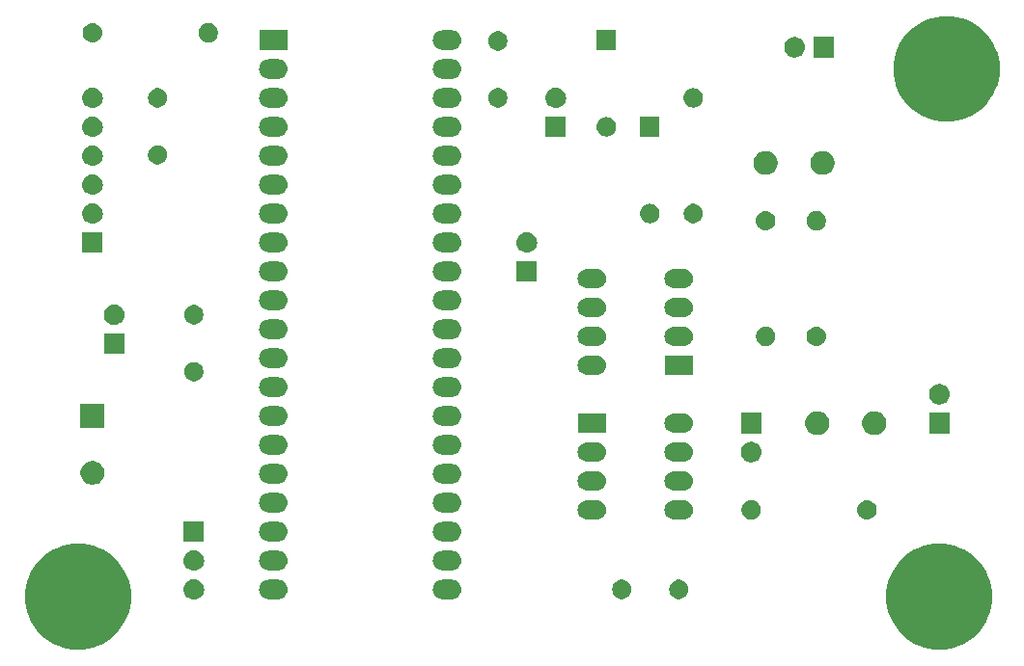
<source format=gbs>
G04 #@! TF.GenerationSoftware,KiCad,Pcbnew,(5.0.1)-4*
G04 #@! TF.CreationDate,2019-05-14T08:42:29+02:00*
G04 #@! TF.ProjectId,carte_filtre,63617274655F66696C7472652E6B6963,rev?*
G04 #@! TF.SameCoordinates,Original*
G04 #@! TF.FileFunction,Soldermask,Bot*
G04 #@! TF.FilePolarity,Negative*
%FSLAX46Y46*%
G04 Gerber Fmt 4.6, Leading zero omitted, Abs format (unit mm)*
G04 Created by KiCad (PCBNEW (5.0.1)-4) date 14/05/2019 08:42:29*
%MOMM*%
%LPD*%
G01*
G04 APERTURE LIST*
%ADD10C,0.100000*%
G04 APERTURE END LIST*
D10*
G36*
X254721646Y-141577735D02*
X255072248Y-141722959D01*
X255568075Y-141928337D01*
X256327264Y-142435612D01*
X256329843Y-142437335D01*
X256977665Y-143085157D01*
X256977667Y-143085160D01*
X257486663Y-143846925D01*
X257692041Y-144342752D01*
X257837265Y-144693354D01*
X258016000Y-145591915D01*
X258016000Y-146508085D01*
X257837265Y-147406646D01*
X257692040Y-147757249D01*
X257486663Y-148253075D01*
X256979388Y-149012264D01*
X256977665Y-149014843D01*
X256329843Y-149662665D01*
X256329840Y-149662667D01*
X255568075Y-150171663D01*
X255072248Y-150377041D01*
X254721646Y-150522265D01*
X253823085Y-150701000D01*
X252906915Y-150701000D01*
X252008354Y-150522265D01*
X251657752Y-150377041D01*
X251161925Y-150171663D01*
X250400160Y-149662667D01*
X250400157Y-149662665D01*
X249752335Y-149014843D01*
X249750612Y-149012264D01*
X249243337Y-148253075D01*
X249037959Y-147757248D01*
X248892735Y-147406646D01*
X248714000Y-146508085D01*
X248714000Y-145591915D01*
X248892735Y-144693354D01*
X249037959Y-144342752D01*
X249243337Y-143846925D01*
X249752333Y-143085160D01*
X249752335Y-143085157D01*
X250400157Y-142437335D01*
X250402736Y-142435612D01*
X251161925Y-141928337D01*
X251657752Y-141722959D01*
X252008354Y-141577735D01*
X252906915Y-141399000D01*
X253823085Y-141399000D01*
X254721646Y-141577735D01*
X254721646Y-141577735D01*
G37*
G36*
X179156646Y-141577735D02*
X179507248Y-141722959D01*
X180003075Y-141928337D01*
X180762264Y-142435612D01*
X180764843Y-142437335D01*
X181412665Y-143085157D01*
X181412667Y-143085160D01*
X181921663Y-143846925D01*
X182127041Y-144342752D01*
X182272265Y-144693354D01*
X182451000Y-145591915D01*
X182451000Y-146508085D01*
X182272265Y-147406646D01*
X182127041Y-147757248D01*
X181921663Y-148253075D01*
X181414388Y-149012264D01*
X181412665Y-149014843D01*
X180764843Y-149662665D01*
X180764840Y-149662667D01*
X180003075Y-150171663D01*
X179507248Y-150377041D01*
X179156646Y-150522265D01*
X178258085Y-150701000D01*
X177341915Y-150701000D01*
X176443354Y-150522265D01*
X176092752Y-150377041D01*
X175596925Y-150171663D01*
X174835160Y-149662667D01*
X174835157Y-149662665D01*
X174187335Y-149014843D01*
X174185612Y-149012264D01*
X173678337Y-148253075D01*
X173472959Y-147757248D01*
X173327735Y-147406646D01*
X173149000Y-146508085D01*
X173149000Y-145591915D01*
X173327735Y-144693354D01*
X173472959Y-144342752D01*
X173678337Y-143846925D01*
X174187333Y-143085160D01*
X174187335Y-143085157D01*
X174835157Y-142437335D01*
X174837736Y-142435612D01*
X175596925Y-141928337D01*
X176092752Y-141722959D01*
X176443354Y-141577735D01*
X177341915Y-141399000D01*
X178258085Y-141399000D01*
X179156646Y-141577735D01*
X179156646Y-141577735D01*
G37*
G36*
X188070442Y-144520518D02*
X188136627Y-144527037D01*
X188249853Y-144561384D01*
X188306467Y-144578557D01*
X188393311Y-144624977D01*
X188462991Y-144662222D01*
X188498729Y-144691552D01*
X188600186Y-144774814D01*
X188680369Y-144872519D01*
X188712778Y-144912009D01*
X188712779Y-144912011D01*
X188796443Y-145068533D01*
X188813616Y-145125147D01*
X188847963Y-145238373D01*
X188865359Y-145415000D01*
X188847963Y-145591627D01*
X188826243Y-145663228D01*
X188796443Y-145761467D01*
X188727698Y-145890078D01*
X188712778Y-145917991D01*
X188683448Y-145953729D01*
X188600186Y-146055186D01*
X188498729Y-146138448D01*
X188462991Y-146167778D01*
X188462989Y-146167779D01*
X188306467Y-146251443D01*
X188299069Y-146253687D01*
X188136627Y-146302963D01*
X188070442Y-146309482D01*
X188004260Y-146316000D01*
X187915740Y-146316000D01*
X187849558Y-146309482D01*
X187783373Y-146302963D01*
X187620931Y-146253687D01*
X187613533Y-146251443D01*
X187457011Y-146167779D01*
X187457009Y-146167778D01*
X187421271Y-146138448D01*
X187319814Y-146055186D01*
X187236552Y-145953729D01*
X187207222Y-145917991D01*
X187192302Y-145890078D01*
X187123557Y-145761467D01*
X187093757Y-145663228D01*
X187072037Y-145591627D01*
X187054641Y-145415000D01*
X187072037Y-145238373D01*
X187106384Y-145125147D01*
X187123557Y-145068533D01*
X187207221Y-144912011D01*
X187207222Y-144912009D01*
X187239631Y-144872519D01*
X187319814Y-144774814D01*
X187421271Y-144691552D01*
X187457009Y-144662222D01*
X187526689Y-144624977D01*
X187613533Y-144578557D01*
X187670147Y-144561384D01*
X187783373Y-144527037D01*
X187849558Y-144520518D01*
X187915740Y-144514000D01*
X188004260Y-144514000D01*
X188070442Y-144520518D01*
X188070442Y-144520518D01*
G37*
G36*
X225753228Y-144596703D02*
X225908100Y-144660853D01*
X226047481Y-144753985D01*
X226166015Y-144872519D01*
X226259147Y-145011900D01*
X226323297Y-145166772D01*
X226356000Y-145331184D01*
X226356000Y-145498816D01*
X226323297Y-145663228D01*
X226259147Y-145818100D01*
X226166015Y-145957481D01*
X226047481Y-146076015D01*
X225908100Y-146169147D01*
X225753228Y-146233297D01*
X225588816Y-146266000D01*
X225421184Y-146266000D01*
X225256772Y-146233297D01*
X225101900Y-146169147D01*
X224962519Y-146076015D01*
X224843985Y-145957481D01*
X224750853Y-145818100D01*
X224686703Y-145663228D01*
X224654000Y-145498816D01*
X224654000Y-145331184D01*
X224686703Y-145166772D01*
X224750853Y-145011900D01*
X224843985Y-144872519D01*
X224962519Y-144753985D01*
X225101900Y-144660853D01*
X225256772Y-144596703D01*
X225421184Y-144564000D01*
X225588816Y-144564000D01*
X225753228Y-144596703D01*
X225753228Y-144596703D01*
G37*
G36*
X230753228Y-144596703D02*
X230908100Y-144660853D01*
X231047481Y-144753985D01*
X231166015Y-144872519D01*
X231259147Y-145011900D01*
X231323297Y-145166772D01*
X231356000Y-145331184D01*
X231356000Y-145498816D01*
X231323297Y-145663228D01*
X231259147Y-145818100D01*
X231166015Y-145957481D01*
X231047481Y-146076015D01*
X230908100Y-146169147D01*
X230753228Y-146233297D01*
X230588816Y-146266000D01*
X230421184Y-146266000D01*
X230256772Y-146233297D01*
X230101900Y-146169147D01*
X229962519Y-146076015D01*
X229843985Y-145957481D01*
X229750853Y-145818100D01*
X229686703Y-145663228D01*
X229654000Y-145498816D01*
X229654000Y-145331184D01*
X229686703Y-145166772D01*
X229750853Y-145011900D01*
X229843985Y-144872519D01*
X229962519Y-144753985D01*
X230101900Y-144660853D01*
X230256772Y-144596703D01*
X230421184Y-144564000D01*
X230588816Y-144564000D01*
X230753228Y-144596703D01*
X230753228Y-144596703D01*
G37*
G36*
X195511821Y-144576313D02*
X195511824Y-144576314D01*
X195511825Y-144576314D01*
X195672239Y-144624975D01*
X195672241Y-144624976D01*
X195672244Y-144624977D01*
X195820078Y-144703995D01*
X195949659Y-144810341D01*
X196056005Y-144939922D01*
X196135023Y-145087756D01*
X196135024Y-145087759D01*
X196135025Y-145087761D01*
X196180713Y-145238375D01*
X196183687Y-145248179D01*
X196200117Y-145415000D01*
X196183687Y-145581821D01*
X196183686Y-145581824D01*
X196183686Y-145581825D01*
X196158993Y-145663228D01*
X196135023Y-145742244D01*
X196056005Y-145890078D01*
X195949659Y-146019659D01*
X195820078Y-146126005D01*
X195672244Y-146205023D01*
X195672241Y-146205024D01*
X195672239Y-146205025D01*
X195511825Y-146253686D01*
X195511824Y-146253686D01*
X195511821Y-146253687D01*
X195386804Y-146266000D01*
X194503196Y-146266000D01*
X194378179Y-146253687D01*
X194378176Y-146253686D01*
X194378175Y-146253686D01*
X194217761Y-146205025D01*
X194217759Y-146205024D01*
X194217756Y-146205023D01*
X194069922Y-146126005D01*
X193940341Y-146019659D01*
X193833995Y-145890078D01*
X193754977Y-145742244D01*
X193731008Y-145663228D01*
X193706314Y-145581825D01*
X193706314Y-145581824D01*
X193706313Y-145581821D01*
X193689883Y-145415000D01*
X193706313Y-145248179D01*
X193709287Y-145238375D01*
X193754975Y-145087761D01*
X193754976Y-145087759D01*
X193754977Y-145087756D01*
X193833995Y-144939922D01*
X193940341Y-144810341D01*
X194069922Y-144703995D01*
X194217756Y-144624977D01*
X194217759Y-144624976D01*
X194217761Y-144624975D01*
X194378175Y-144576314D01*
X194378176Y-144576314D01*
X194378179Y-144576313D01*
X194503196Y-144564000D01*
X195386804Y-144564000D01*
X195511821Y-144576313D01*
X195511821Y-144576313D01*
G37*
G36*
X210751821Y-144576313D02*
X210751824Y-144576314D01*
X210751825Y-144576314D01*
X210912239Y-144624975D01*
X210912241Y-144624976D01*
X210912244Y-144624977D01*
X211060078Y-144703995D01*
X211189659Y-144810341D01*
X211296005Y-144939922D01*
X211375023Y-145087756D01*
X211375024Y-145087759D01*
X211375025Y-145087761D01*
X211420713Y-145238375D01*
X211423687Y-145248179D01*
X211440117Y-145415000D01*
X211423687Y-145581821D01*
X211423686Y-145581824D01*
X211423686Y-145581825D01*
X211398993Y-145663228D01*
X211375023Y-145742244D01*
X211296005Y-145890078D01*
X211189659Y-146019659D01*
X211060078Y-146126005D01*
X210912244Y-146205023D01*
X210912241Y-146205024D01*
X210912239Y-146205025D01*
X210751825Y-146253686D01*
X210751824Y-146253686D01*
X210751821Y-146253687D01*
X210626804Y-146266000D01*
X209743196Y-146266000D01*
X209618179Y-146253687D01*
X209618176Y-146253686D01*
X209618175Y-146253686D01*
X209457761Y-146205025D01*
X209457759Y-146205024D01*
X209457756Y-146205023D01*
X209309922Y-146126005D01*
X209180341Y-146019659D01*
X209073995Y-145890078D01*
X208994977Y-145742244D01*
X208971008Y-145663228D01*
X208946314Y-145581825D01*
X208946314Y-145581824D01*
X208946313Y-145581821D01*
X208929883Y-145415000D01*
X208946313Y-145248179D01*
X208949287Y-145238375D01*
X208994975Y-145087761D01*
X208994976Y-145087759D01*
X208994977Y-145087756D01*
X209073995Y-144939922D01*
X209180341Y-144810341D01*
X209309922Y-144703995D01*
X209457756Y-144624977D01*
X209457759Y-144624976D01*
X209457761Y-144624975D01*
X209618175Y-144576314D01*
X209618176Y-144576314D01*
X209618179Y-144576313D01*
X209743196Y-144564000D01*
X210626804Y-144564000D01*
X210751821Y-144576313D01*
X210751821Y-144576313D01*
G37*
G36*
X188070443Y-141980519D02*
X188136627Y-141987037D01*
X188249853Y-142021384D01*
X188306467Y-142038557D01*
X188393311Y-142084977D01*
X188462991Y-142122222D01*
X188498729Y-142151552D01*
X188600186Y-142234814D01*
X188683448Y-142336271D01*
X188712778Y-142372009D01*
X188712779Y-142372011D01*
X188796443Y-142528533D01*
X188813616Y-142585147D01*
X188847963Y-142698373D01*
X188865359Y-142875000D01*
X188847963Y-143051627D01*
X188813616Y-143164853D01*
X188796443Y-143221467D01*
X188727698Y-143350078D01*
X188712778Y-143377991D01*
X188683448Y-143413729D01*
X188600186Y-143515186D01*
X188498729Y-143598448D01*
X188462991Y-143627778D01*
X188462989Y-143627779D01*
X188306467Y-143711443D01*
X188299069Y-143713687D01*
X188136627Y-143762963D01*
X188070442Y-143769482D01*
X188004260Y-143776000D01*
X187915740Y-143776000D01*
X187849558Y-143769482D01*
X187783373Y-143762963D01*
X187620931Y-143713687D01*
X187613533Y-143711443D01*
X187457011Y-143627779D01*
X187457009Y-143627778D01*
X187421271Y-143598448D01*
X187319814Y-143515186D01*
X187236552Y-143413729D01*
X187207222Y-143377991D01*
X187192302Y-143350078D01*
X187123557Y-143221467D01*
X187106384Y-143164853D01*
X187072037Y-143051627D01*
X187054641Y-142875000D01*
X187072037Y-142698373D01*
X187106384Y-142585147D01*
X187123557Y-142528533D01*
X187207221Y-142372011D01*
X187207222Y-142372009D01*
X187236552Y-142336271D01*
X187319814Y-142234814D01*
X187421271Y-142151552D01*
X187457009Y-142122222D01*
X187526689Y-142084977D01*
X187613533Y-142038557D01*
X187670147Y-142021384D01*
X187783373Y-141987037D01*
X187849557Y-141980519D01*
X187915740Y-141974000D01*
X188004260Y-141974000D01*
X188070443Y-141980519D01*
X188070443Y-141980519D01*
G37*
G36*
X195511821Y-142036313D02*
X195511824Y-142036314D01*
X195511825Y-142036314D01*
X195672239Y-142084975D01*
X195672241Y-142084976D01*
X195672244Y-142084977D01*
X195820078Y-142163995D01*
X195949659Y-142270341D01*
X196056005Y-142399922D01*
X196135023Y-142547756D01*
X196135024Y-142547759D01*
X196135025Y-142547761D01*
X196180713Y-142698375D01*
X196183687Y-142708179D01*
X196200117Y-142875000D01*
X196183687Y-143041821D01*
X196183686Y-143041824D01*
X196183686Y-143041825D01*
X196180713Y-143051627D01*
X196135023Y-143202244D01*
X196056005Y-143350078D01*
X195949659Y-143479659D01*
X195820078Y-143586005D01*
X195672244Y-143665023D01*
X195672241Y-143665024D01*
X195672239Y-143665025D01*
X195511825Y-143713686D01*
X195511824Y-143713686D01*
X195511821Y-143713687D01*
X195386804Y-143726000D01*
X194503196Y-143726000D01*
X194378179Y-143713687D01*
X194378176Y-143713686D01*
X194378175Y-143713686D01*
X194217761Y-143665025D01*
X194217759Y-143665024D01*
X194217756Y-143665023D01*
X194069922Y-143586005D01*
X193940341Y-143479659D01*
X193833995Y-143350078D01*
X193754977Y-143202244D01*
X193709288Y-143051627D01*
X193706314Y-143041825D01*
X193706314Y-143041824D01*
X193706313Y-143041821D01*
X193689883Y-142875000D01*
X193706313Y-142708179D01*
X193709287Y-142698375D01*
X193754975Y-142547761D01*
X193754976Y-142547759D01*
X193754977Y-142547756D01*
X193833995Y-142399922D01*
X193940341Y-142270341D01*
X194069922Y-142163995D01*
X194217756Y-142084977D01*
X194217759Y-142084976D01*
X194217761Y-142084975D01*
X194378175Y-142036314D01*
X194378176Y-142036314D01*
X194378179Y-142036313D01*
X194503196Y-142024000D01*
X195386804Y-142024000D01*
X195511821Y-142036313D01*
X195511821Y-142036313D01*
G37*
G36*
X210751821Y-142036313D02*
X210751824Y-142036314D01*
X210751825Y-142036314D01*
X210912239Y-142084975D01*
X210912241Y-142084976D01*
X210912244Y-142084977D01*
X211060078Y-142163995D01*
X211189659Y-142270341D01*
X211296005Y-142399922D01*
X211375023Y-142547756D01*
X211375024Y-142547759D01*
X211375025Y-142547761D01*
X211420713Y-142698375D01*
X211423687Y-142708179D01*
X211440117Y-142875000D01*
X211423687Y-143041821D01*
X211423686Y-143041824D01*
X211423686Y-143041825D01*
X211420713Y-143051627D01*
X211375023Y-143202244D01*
X211296005Y-143350078D01*
X211189659Y-143479659D01*
X211060078Y-143586005D01*
X210912244Y-143665023D01*
X210912241Y-143665024D01*
X210912239Y-143665025D01*
X210751825Y-143713686D01*
X210751824Y-143713686D01*
X210751821Y-143713687D01*
X210626804Y-143726000D01*
X209743196Y-143726000D01*
X209618179Y-143713687D01*
X209618176Y-143713686D01*
X209618175Y-143713686D01*
X209457761Y-143665025D01*
X209457759Y-143665024D01*
X209457756Y-143665023D01*
X209309922Y-143586005D01*
X209180341Y-143479659D01*
X209073995Y-143350078D01*
X208994977Y-143202244D01*
X208949288Y-143051627D01*
X208946314Y-143041825D01*
X208946314Y-143041824D01*
X208946313Y-143041821D01*
X208929883Y-142875000D01*
X208946313Y-142708179D01*
X208949287Y-142698375D01*
X208994975Y-142547761D01*
X208994976Y-142547759D01*
X208994977Y-142547756D01*
X209073995Y-142399922D01*
X209180341Y-142270341D01*
X209309922Y-142163995D01*
X209457756Y-142084977D01*
X209457759Y-142084976D01*
X209457761Y-142084975D01*
X209618175Y-142036314D01*
X209618176Y-142036314D01*
X209618179Y-142036313D01*
X209743196Y-142024000D01*
X210626804Y-142024000D01*
X210751821Y-142036313D01*
X210751821Y-142036313D01*
G37*
G36*
X188861000Y-141236000D02*
X187059000Y-141236000D01*
X187059000Y-139434000D01*
X188861000Y-139434000D01*
X188861000Y-141236000D01*
X188861000Y-141236000D01*
G37*
G36*
X210751821Y-139496313D02*
X210751824Y-139496314D01*
X210751825Y-139496314D01*
X210912239Y-139544975D01*
X210912241Y-139544976D01*
X210912244Y-139544977D01*
X211060078Y-139623995D01*
X211189659Y-139730341D01*
X211296005Y-139859922D01*
X211375023Y-140007756D01*
X211423687Y-140168179D01*
X211440117Y-140335000D01*
X211423687Y-140501821D01*
X211375023Y-140662244D01*
X211296005Y-140810078D01*
X211189659Y-140939659D01*
X211060078Y-141046005D01*
X210912244Y-141125023D01*
X210912241Y-141125024D01*
X210912239Y-141125025D01*
X210751825Y-141173686D01*
X210751824Y-141173686D01*
X210751821Y-141173687D01*
X210626804Y-141186000D01*
X209743196Y-141186000D01*
X209618179Y-141173687D01*
X209618176Y-141173686D01*
X209618175Y-141173686D01*
X209457761Y-141125025D01*
X209457759Y-141125024D01*
X209457756Y-141125023D01*
X209309922Y-141046005D01*
X209180341Y-140939659D01*
X209073995Y-140810078D01*
X208994977Y-140662244D01*
X208946313Y-140501821D01*
X208929883Y-140335000D01*
X208946313Y-140168179D01*
X208994977Y-140007756D01*
X209073995Y-139859922D01*
X209180341Y-139730341D01*
X209309922Y-139623995D01*
X209457756Y-139544977D01*
X209457759Y-139544976D01*
X209457761Y-139544975D01*
X209618175Y-139496314D01*
X209618176Y-139496314D01*
X209618179Y-139496313D01*
X209743196Y-139484000D01*
X210626804Y-139484000D01*
X210751821Y-139496313D01*
X210751821Y-139496313D01*
G37*
G36*
X195511821Y-139496313D02*
X195511824Y-139496314D01*
X195511825Y-139496314D01*
X195672239Y-139544975D01*
X195672241Y-139544976D01*
X195672244Y-139544977D01*
X195820078Y-139623995D01*
X195949659Y-139730341D01*
X196056005Y-139859922D01*
X196135023Y-140007756D01*
X196183687Y-140168179D01*
X196200117Y-140335000D01*
X196183687Y-140501821D01*
X196135023Y-140662244D01*
X196056005Y-140810078D01*
X195949659Y-140939659D01*
X195820078Y-141046005D01*
X195672244Y-141125023D01*
X195672241Y-141125024D01*
X195672239Y-141125025D01*
X195511825Y-141173686D01*
X195511824Y-141173686D01*
X195511821Y-141173687D01*
X195386804Y-141186000D01*
X194503196Y-141186000D01*
X194378179Y-141173687D01*
X194378176Y-141173686D01*
X194378175Y-141173686D01*
X194217761Y-141125025D01*
X194217759Y-141125024D01*
X194217756Y-141125023D01*
X194069922Y-141046005D01*
X193940341Y-140939659D01*
X193833995Y-140810078D01*
X193754977Y-140662244D01*
X193706313Y-140501821D01*
X193689883Y-140335000D01*
X193706313Y-140168179D01*
X193754977Y-140007756D01*
X193833995Y-139859922D01*
X193940341Y-139730341D01*
X194069922Y-139623995D01*
X194217756Y-139544977D01*
X194217759Y-139544976D01*
X194217761Y-139544975D01*
X194378175Y-139496314D01*
X194378176Y-139496314D01*
X194378179Y-139496313D01*
X194503196Y-139484000D01*
X195386804Y-139484000D01*
X195511821Y-139496313D01*
X195511821Y-139496313D01*
G37*
G36*
X231071821Y-137591313D02*
X231071824Y-137591314D01*
X231071825Y-137591314D01*
X231232239Y-137639975D01*
X231232241Y-137639976D01*
X231232244Y-137639977D01*
X231380078Y-137718995D01*
X231509659Y-137825341D01*
X231616005Y-137954922D01*
X231695023Y-138102756D01*
X231695024Y-138102759D01*
X231695025Y-138102761D01*
X231743686Y-138263175D01*
X231743687Y-138263179D01*
X231760117Y-138430000D01*
X231743687Y-138596821D01*
X231743686Y-138596824D01*
X231743686Y-138596825D01*
X231718993Y-138678228D01*
X231695023Y-138757244D01*
X231616005Y-138905078D01*
X231509659Y-139034659D01*
X231380078Y-139141005D01*
X231232244Y-139220023D01*
X231232241Y-139220024D01*
X231232239Y-139220025D01*
X231071825Y-139268686D01*
X231071824Y-139268686D01*
X231071821Y-139268687D01*
X230946804Y-139281000D01*
X230063196Y-139281000D01*
X229938179Y-139268687D01*
X229938176Y-139268686D01*
X229938175Y-139268686D01*
X229777761Y-139220025D01*
X229777759Y-139220024D01*
X229777756Y-139220023D01*
X229629922Y-139141005D01*
X229500341Y-139034659D01*
X229393995Y-138905078D01*
X229314977Y-138757244D01*
X229291008Y-138678228D01*
X229266314Y-138596825D01*
X229266314Y-138596824D01*
X229266313Y-138596821D01*
X229249883Y-138430000D01*
X229266313Y-138263179D01*
X229266314Y-138263175D01*
X229314975Y-138102761D01*
X229314976Y-138102759D01*
X229314977Y-138102756D01*
X229393995Y-137954922D01*
X229500341Y-137825341D01*
X229629922Y-137718995D01*
X229777756Y-137639977D01*
X229777759Y-137639976D01*
X229777761Y-137639975D01*
X229938175Y-137591314D01*
X229938176Y-137591314D01*
X229938179Y-137591313D01*
X230063196Y-137579000D01*
X230946804Y-137579000D01*
X231071821Y-137591313D01*
X231071821Y-137591313D01*
G37*
G36*
X223451821Y-137591313D02*
X223451824Y-137591314D01*
X223451825Y-137591314D01*
X223612239Y-137639975D01*
X223612241Y-137639976D01*
X223612244Y-137639977D01*
X223760078Y-137718995D01*
X223889659Y-137825341D01*
X223996005Y-137954922D01*
X224075023Y-138102756D01*
X224075024Y-138102759D01*
X224075025Y-138102761D01*
X224123686Y-138263175D01*
X224123687Y-138263179D01*
X224140117Y-138430000D01*
X224123687Y-138596821D01*
X224123686Y-138596824D01*
X224123686Y-138596825D01*
X224098993Y-138678228D01*
X224075023Y-138757244D01*
X223996005Y-138905078D01*
X223889659Y-139034659D01*
X223760078Y-139141005D01*
X223612244Y-139220023D01*
X223612241Y-139220024D01*
X223612239Y-139220025D01*
X223451825Y-139268686D01*
X223451824Y-139268686D01*
X223451821Y-139268687D01*
X223326804Y-139281000D01*
X222443196Y-139281000D01*
X222318179Y-139268687D01*
X222318176Y-139268686D01*
X222318175Y-139268686D01*
X222157761Y-139220025D01*
X222157759Y-139220024D01*
X222157756Y-139220023D01*
X222009922Y-139141005D01*
X221880341Y-139034659D01*
X221773995Y-138905078D01*
X221694977Y-138757244D01*
X221671008Y-138678228D01*
X221646314Y-138596825D01*
X221646314Y-138596824D01*
X221646313Y-138596821D01*
X221629883Y-138430000D01*
X221646313Y-138263179D01*
X221646314Y-138263175D01*
X221694975Y-138102761D01*
X221694976Y-138102759D01*
X221694977Y-138102756D01*
X221773995Y-137954922D01*
X221880341Y-137825341D01*
X222009922Y-137718995D01*
X222157756Y-137639977D01*
X222157759Y-137639976D01*
X222157761Y-137639975D01*
X222318175Y-137591314D01*
X222318176Y-137591314D01*
X222318179Y-137591313D01*
X222443196Y-137579000D01*
X223326804Y-137579000D01*
X223451821Y-137591313D01*
X223451821Y-137591313D01*
G37*
G36*
X237103228Y-137611703D02*
X237258100Y-137675853D01*
X237397481Y-137768985D01*
X237516015Y-137887519D01*
X237609147Y-138026900D01*
X237673297Y-138181772D01*
X237706000Y-138346184D01*
X237706000Y-138513816D01*
X237673297Y-138678228D01*
X237609147Y-138833100D01*
X237516015Y-138972481D01*
X237397481Y-139091015D01*
X237258100Y-139184147D01*
X237103228Y-139248297D01*
X236938816Y-139281000D01*
X236771184Y-139281000D01*
X236606772Y-139248297D01*
X236451900Y-139184147D01*
X236312519Y-139091015D01*
X236193985Y-138972481D01*
X236100853Y-138833100D01*
X236036703Y-138678228D01*
X236004000Y-138513816D01*
X236004000Y-138346184D01*
X236036703Y-138181772D01*
X236100853Y-138026900D01*
X236193985Y-137887519D01*
X236312519Y-137768985D01*
X236451900Y-137675853D01*
X236606772Y-137611703D01*
X236771184Y-137579000D01*
X236938816Y-137579000D01*
X237103228Y-137611703D01*
X237103228Y-137611703D01*
G37*
G36*
X247181821Y-137591313D02*
X247181824Y-137591314D01*
X247181825Y-137591314D01*
X247342239Y-137639975D01*
X247342241Y-137639976D01*
X247342244Y-137639977D01*
X247490078Y-137718995D01*
X247619659Y-137825341D01*
X247726005Y-137954922D01*
X247805023Y-138102756D01*
X247805024Y-138102759D01*
X247805025Y-138102761D01*
X247853686Y-138263175D01*
X247853687Y-138263179D01*
X247870117Y-138430000D01*
X247853687Y-138596821D01*
X247853686Y-138596824D01*
X247853686Y-138596825D01*
X247828993Y-138678228D01*
X247805023Y-138757244D01*
X247726005Y-138905078D01*
X247619659Y-139034659D01*
X247490078Y-139141005D01*
X247342244Y-139220023D01*
X247342241Y-139220024D01*
X247342239Y-139220025D01*
X247181825Y-139268686D01*
X247181824Y-139268686D01*
X247181821Y-139268687D01*
X247056804Y-139281000D01*
X246973196Y-139281000D01*
X246848179Y-139268687D01*
X246848176Y-139268686D01*
X246848175Y-139268686D01*
X246687761Y-139220025D01*
X246687759Y-139220024D01*
X246687756Y-139220023D01*
X246539922Y-139141005D01*
X246410341Y-139034659D01*
X246303995Y-138905078D01*
X246224977Y-138757244D01*
X246201008Y-138678228D01*
X246176314Y-138596825D01*
X246176314Y-138596824D01*
X246176313Y-138596821D01*
X246159883Y-138430000D01*
X246176313Y-138263179D01*
X246176314Y-138263175D01*
X246224975Y-138102761D01*
X246224976Y-138102759D01*
X246224977Y-138102756D01*
X246303995Y-137954922D01*
X246410341Y-137825341D01*
X246539922Y-137718995D01*
X246687756Y-137639977D01*
X246687759Y-137639976D01*
X246687761Y-137639975D01*
X246848175Y-137591314D01*
X246848176Y-137591314D01*
X246848179Y-137591313D01*
X246973196Y-137579000D01*
X247056804Y-137579000D01*
X247181821Y-137591313D01*
X247181821Y-137591313D01*
G37*
G36*
X195511821Y-136956313D02*
X195511824Y-136956314D01*
X195511825Y-136956314D01*
X195672239Y-137004975D01*
X195672241Y-137004976D01*
X195672244Y-137004977D01*
X195820078Y-137083995D01*
X195949659Y-137190341D01*
X196056005Y-137319922D01*
X196135023Y-137467756D01*
X196135024Y-137467759D01*
X196135025Y-137467761D01*
X196183686Y-137628175D01*
X196183687Y-137628179D01*
X196200117Y-137795000D01*
X196183687Y-137961821D01*
X196183686Y-137961824D01*
X196183686Y-137961825D01*
X196140934Y-138102761D01*
X196135023Y-138122244D01*
X196056005Y-138270078D01*
X195949659Y-138399659D01*
X195820078Y-138506005D01*
X195672244Y-138585023D01*
X195672241Y-138585024D01*
X195672239Y-138585025D01*
X195511825Y-138633686D01*
X195511824Y-138633686D01*
X195511821Y-138633687D01*
X195386804Y-138646000D01*
X194503196Y-138646000D01*
X194378179Y-138633687D01*
X194378176Y-138633686D01*
X194378175Y-138633686D01*
X194217761Y-138585025D01*
X194217759Y-138585024D01*
X194217756Y-138585023D01*
X194069922Y-138506005D01*
X193940341Y-138399659D01*
X193833995Y-138270078D01*
X193754977Y-138122244D01*
X193749067Y-138102761D01*
X193706314Y-137961825D01*
X193706314Y-137961824D01*
X193706313Y-137961821D01*
X193689883Y-137795000D01*
X193706313Y-137628179D01*
X193706314Y-137628175D01*
X193754975Y-137467761D01*
X193754976Y-137467759D01*
X193754977Y-137467756D01*
X193833995Y-137319922D01*
X193940341Y-137190341D01*
X194069922Y-137083995D01*
X194217756Y-137004977D01*
X194217759Y-137004976D01*
X194217761Y-137004975D01*
X194378175Y-136956314D01*
X194378176Y-136956314D01*
X194378179Y-136956313D01*
X194503196Y-136944000D01*
X195386804Y-136944000D01*
X195511821Y-136956313D01*
X195511821Y-136956313D01*
G37*
G36*
X210751821Y-136956313D02*
X210751824Y-136956314D01*
X210751825Y-136956314D01*
X210912239Y-137004975D01*
X210912241Y-137004976D01*
X210912244Y-137004977D01*
X211060078Y-137083995D01*
X211189659Y-137190341D01*
X211296005Y-137319922D01*
X211375023Y-137467756D01*
X211375024Y-137467759D01*
X211375025Y-137467761D01*
X211423686Y-137628175D01*
X211423687Y-137628179D01*
X211440117Y-137795000D01*
X211423687Y-137961821D01*
X211423686Y-137961824D01*
X211423686Y-137961825D01*
X211380934Y-138102761D01*
X211375023Y-138122244D01*
X211296005Y-138270078D01*
X211189659Y-138399659D01*
X211060078Y-138506005D01*
X210912244Y-138585023D01*
X210912241Y-138585024D01*
X210912239Y-138585025D01*
X210751825Y-138633686D01*
X210751824Y-138633686D01*
X210751821Y-138633687D01*
X210626804Y-138646000D01*
X209743196Y-138646000D01*
X209618179Y-138633687D01*
X209618176Y-138633686D01*
X209618175Y-138633686D01*
X209457761Y-138585025D01*
X209457759Y-138585024D01*
X209457756Y-138585023D01*
X209309922Y-138506005D01*
X209180341Y-138399659D01*
X209073995Y-138270078D01*
X208994977Y-138122244D01*
X208989067Y-138102761D01*
X208946314Y-137961825D01*
X208946314Y-137961824D01*
X208946313Y-137961821D01*
X208929883Y-137795000D01*
X208946313Y-137628179D01*
X208946314Y-137628175D01*
X208994975Y-137467761D01*
X208994976Y-137467759D01*
X208994977Y-137467756D01*
X209073995Y-137319922D01*
X209180341Y-137190341D01*
X209309922Y-137083995D01*
X209457756Y-137004977D01*
X209457759Y-137004976D01*
X209457761Y-137004975D01*
X209618175Y-136956314D01*
X209618176Y-136956314D01*
X209618179Y-136956313D01*
X209743196Y-136944000D01*
X210626804Y-136944000D01*
X210751821Y-136956313D01*
X210751821Y-136956313D01*
G37*
G36*
X223451821Y-135051313D02*
X223451824Y-135051314D01*
X223451825Y-135051314D01*
X223612239Y-135099975D01*
X223612241Y-135099976D01*
X223612244Y-135099977D01*
X223760078Y-135178995D01*
X223889659Y-135285341D01*
X223996005Y-135414922D01*
X224075023Y-135562756D01*
X224075024Y-135562759D01*
X224075025Y-135562761D01*
X224123686Y-135723175D01*
X224123687Y-135723179D01*
X224140117Y-135890000D01*
X224123687Y-136056821D01*
X224123686Y-136056824D01*
X224123686Y-136056825D01*
X224084620Y-136185610D01*
X224075023Y-136217244D01*
X223996005Y-136365078D01*
X223889659Y-136494659D01*
X223760078Y-136601005D01*
X223612244Y-136680023D01*
X223612241Y-136680024D01*
X223612239Y-136680025D01*
X223451825Y-136728686D01*
X223451824Y-136728686D01*
X223451821Y-136728687D01*
X223326804Y-136741000D01*
X222443196Y-136741000D01*
X222318179Y-136728687D01*
X222318176Y-136728686D01*
X222318175Y-136728686D01*
X222157761Y-136680025D01*
X222157759Y-136680024D01*
X222157756Y-136680023D01*
X222009922Y-136601005D01*
X221880341Y-136494659D01*
X221773995Y-136365078D01*
X221694977Y-136217244D01*
X221685381Y-136185610D01*
X221646314Y-136056825D01*
X221646314Y-136056824D01*
X221646313Y-136056821D01*
X221629883Y-135890000D01*
X221646313Y-135723179D01*
X221646314Y-135723175D01*
X221694975Y-135562761D01*
X221694976Y-135562759D01*
X221694977Y-135562756D01*
X221773995Y-135414922D01*
X221880341Y-135285341D01*
X222009922Y-135178995D01*
X222157756Y-135099977D01*
X222157759Y-135099976D01*
X222157761Y-135099975D01*
X222318175Y-135051314D01*
X222318176Y-135051314D01*
X222318179Y-135051313D01*
X222443196Y-135039000D01*
X223326804Y-135039000D01*
X223451821Y-135051313D01*
X223451821Y-135051313D01*
G37*
G36*
X231071821Y-135051313D02*
X231071824Y-135051314D01*
X231071825Y-135051314D01*
X231232239Y-135099975D01*
X231232241Y-135099976D01*
X231232244Y-135099977D01*
X231380078Y-135178995D01*
X231509659Y-135285341D01*
X231616005Y-135414922D01*
X231695023Y-135562756D01*
X231695024Y-135562759D01*
X231695025Y-135562761D01*
X231743686Y-135723175D01*
X231743687Y-135723179D01*
X231760117Y-135890000D01*
X231743687Y-136056821D01*
X231743686Y-136056824D01*
X231743686Y-136056825D01*
X231704620Y-136185610D01*
X231695023Y-136217244D01*
X231616005Y-136365078D01*
X231509659Y-136494659D01*
X231380078Y-136601005D01*
X231232244Y-136680023D01*
X231232241Y-136680024D01*
X231232239Y-136680025D01*
X231071825Y-136728686D01*
X231071824Y-136728686D01*
X231071821Y-136728687D01*
X230946804Y-136741000D01*
X230063196Y-136741000D01*
X229938179Y-136728687D01*
X229938176Y-136728686D01*
X229938175Y-136728686D01*
X229777761Y-136680025D01*
X229777759Y-136680024D01*
X229777756Y-136680023D01*
X229629922Y-136601005D01*
X229500341Y-136494659D01*
X229393995Y-136365078D01*
X229314977Y-136217244D01*
X229305381Y-136185610D01*
X229266314Y-136056825D01*
X229266314Y-136056824D01*
X229266313Y-136056821D01*
X229249883Y-135890000D01*
X229266313Y-135723179D01*
X229266314Y-135723175D01*
X229314975Y-135562761D01*
X229314976Y-135562759D01*
X229314977Y-135562756D01*
X229393995Y-135414922D01*
X229500341Y-135285341D01*
X229629922Y-135178995D01*
X229777756Y-135099977D01*
X229777759Y-135099976D01*
X229777761Y-135099975D01*
X229938175Y-135051314D01*
X229938176Y-135051314D01*
X229938179Y-135051313D01*
X230063196Y-135039000D01*
X230946804Y-135039000D01*
X231071821Y-135051313D01*
X231071821Y-135051313D01*
G37*
G36*
X179376565Y-134164389D02*
X179567834Y-134243615D01*
X179739976Y-134358637D01*
X179886363Y-134505024D01*
X180001385Y-134677166D01*
X180080611Y-134868435D01*
X180121000Y-135071484D01*
X180121000Y-135278516D01*
X180080611Y-135481565D01*
X180001385Y-135672834D01*
X179886363Y-135844976D01*
X179739976Y-135991363D01*
X179567834Y-136106385D01*
X179376565Y-136185611D01*
X179173516Y-136226000D01*
X178966484Y-136226000D01*
X178763435Y-136185611D01*
X178572166Y-136106385D01*
X178400024Y-135991363D01*
X178253637Y-135844976D01*
X178138615Y-135672834D01*
X178059389Y-135481565D01*
X178019000Y-135278516D01*
X178019000Y-135071484D01*
X178059389Y-134868435D01*
X178138615Y-134677166D01*
X178253637Y-134505024D01*
X178400024Y-134358637D01*
X178572166Y-134243615D01*
X178763435Y-134164389D01*
X178966484Y-134124000D01*
X179173516Y-134124000D01*
X179376565Y-134164389D01*
X179376565Y-134164389D01*
G37*
G36*
X195511821Y-134416313D02*
X195511824Y-134416314D01*
X195511825Y-134416314D01*
X195672239Y-134464975D01*
X195672241Y-134464976D01*
X195672244Y-134464977D01*
X195820078Y-134543995D01*
X195949659Y-134650341D01*
X196056005Y-134779922D01*
X196135023Y-134927756D01*
X196183687Y-135088179D01*
X196200117Y-135255000D01*
X196183687Y-135421821D01*
X196183686Y-135421824D01*
X196183686Y-135421825D01*
X196140934Y-135562761D01*
X196135023Y-135582244D01*
X196056005Y-135730078D01*
X195949659Y-135859659D01*
X195820078Y-135966005D01*
X195672244Y-136045023D01*
X195672241Y-136045024D01*
X195672239Y-136045025D01*
X195511825Y-136093686D01*
X195511824Y-136093686D01*
X195511821Y-136093687D01*
X195386804Y-136106000D01*
X194503196Y-136106000D01*
X194378179Y-136093687D01*
X194378176Y-136093686D01*
X194378175Y-136093686D01*
X194217761Y-136045025D01*
X194217759Y-136045024D01*
X194217756Y-136045023D01*
X194069922Y-135966005D01*
X193940341Y-135859659D01*
X193833995Y-135730078D01*
X193754977Y-135582244D01*
X193749067Y-135562761D01*
X193706314Y-135421825D01*
X193706314Y-135421824D01*
X193706313Y-135421821D01*
X193689883Y-135255000D01*
X193706313Y-135088179D01*
X193754977Y-134927756D01*
X193833995Y-134779922D01*
X193940341Y-134650341D01*
X194069922Y-134543995D01*
X194217756Y-134464977D01*
X194217759Y-134464976D01*
X194217761Y-134464975D01*
X194378175Y-134416314D01*
X194378176Y-134416314D01*
X194378179Y-134416313D01*
X194503196Y-134404000D01*
X195386804Y-134404000D01*
X195511821Y-134416313D01*
X195511821Y-134416313D01*
G37*
G36*
X210751821Y-134416313D02*
X210751824Y-134416314D01*
X210751825Y-134416314D01*
X210912239Y-134464975D01*
X210912241Y-134464976D01*
X210912244Y-134464977D01*
X211060078Y-134543995D01*
X211189659Y-134650341D01*
X211296005Y-134779922D01*
X211375023Y-134927756D01*
X211423687Y-135088179D01*
X211440117Y-135255000D01*
X211423687Y-135421821D01*
X211423686Y-135421824D01*
X211423686Y-135421825D01*
X211380934Y-135562761D01*
X211375023Y-135582244D01*
X211296005Y-135730078D01*
X211189659Y-135859659D01*
X211060078Y-135966005D01*
X210912244Y-136045023D01*
X210912241Y-136045024D01*
X210912239Y-136045025D01*
X210751825Y-136093686D01*
X210751824Y-136093686D01*
X210751821Y-136093687D01*
X210626804Y-136106000D01*
X209743196Y-136106000D01*
X209618179Y-136093687D01*
X209618176Y-136093686D01*
X209618175Y-136093686D01*
X209457761Y-136045025D01*
X209457759Y-136045024D01*
X209457756Y-136045023D01*
X209309922Y-135966005D01*
X209180341Y-135859659D01*
X209073995Y-135730078D01*
X208994977Y-135582244D01*
X208989067Y-135562761D01*
X208946314Y-135421825D01*
X208946314Y-135421824D01*
X208946313Y-135421821D01*
X208929883Y-135255000D01*
X208946313Y-135088179D01*
X208994977Y-134927756D01*
X209073995Y-134779922D01*
X209180341Y-134650341D01*
X209309922Y-134543995D01*
X209457756Y-134464977D01*
X209457759Y-134464976D01*
X209457761Y-134464975D01*
X209618175Y-134416314D01*
X209618176Y-134416314D01*
X209618179Y-134416313D01*
X209743196Y-134404000D01*
X210626804Y-134404000D01*
X210751821Y-134416313D01*
X210751821Y-134416313D01*
G37*
G36*
X236965442Y-132455518D02*
X237031627Y-132462037D01*
X237144853Y-132496384D01*
X237201467Y-132513557D01*
X237288311Y-132559977D01*
X237357991Y-132597222D01*
X237393729Y-132626552D01*
X237495186Y-132709814D01*
X237578448Y-132811271D01*
X237607778Y-132847009D01*
X237607779Y-132847011D01*
X237691443Y-133003533D01*
X237703184Y-133042239D01*
X237742963Y-133173373D01*
X237760359Y-133350000D01*
X237742963Y-133526627D01*
X237734754Y-133553687D01*
X237691443Y-133696467D01*
X237622698Y-133825078D01*
X237607778Y-133852991D01*
X237578448Y-133888729D01*
X237495186Y-133990186D01*
X237393729Y-134073448D01*
X237357991Y-134102778D01*
X237357989Y-134102779D01*
X237201467Y-134186443D01*
X237194069Y-134188687D01*
X237031627Y-134237963D01*
X236974240Y-134243615D01*
X236899260Y-134251000D01*
X236810740Y-134251000D01*
X236735760Y-134243615D01*
X236678373Y-134237963D01*
X236515931Y-134188687D01*
X236508533Y-134186443D01*
X236352011Y-134102779D01*
X236352009Y-134102778D01*
X236316271Y-134073448D01*
X236214814Y-133990186D01*
X236131552Y-133888729D01*
X236102222Y-133852991D01*
X236087302Y-133825078D01*
X236018557Y-133696467D01*
X235975246Y-133553687D01*
X235967037Y-133526627D01*
X235949641Y-133350000D01*
X235967037Y-133173373D01*
X236006816Y-133042239D01*
X236018557Y-133003533D01*
X236102221Y-132847011D01*
X236102222Y-132847009D01*
X236131552Y-132811271D01*
X236214814Y-132709814D01*
X236316271Y-132626552D01*
X236352009Y-132597222D01*
X236421689Y-132559977D01*
X236508533Y-132513557D01*
X236565147Y-132496384D01*
X236678373Y-132462037D01*
X236744558Y-132455518D01*
X236810740Y-132449000D01*
X236899260Y-132449000D01*
X236965442Y-132455518D01*
X236965442Y-132455518D01*
G37*
G36*
X231071821Y-132511313D02*
X231071824Y-132511314D01*
X231071825Y-132511314D01*
X231232239Y-132559975D01*
X231232241Y-132559976D01*
X231232244Y-132559977D01*
X231380078Y-132638995D01*
X231509659Y-132745341D01*
X231616005Y-132874922D01*
X231695023Y-133022756D01*
X231695024Y-133022759D01*
X231695025Y-133022761D01*
X231740713Y-133173375D01*
X231743687Y-133183179D01*
X231760117Y-133350000D01*
X231743687Y-133516821D01*
X231743686Y-133516824D01*
X231743686Y-133516825D01*
X231740713Y-133526627D01*
X231695023Y-133677244D01*
X231616005Y-133825078D01*
X231509659Y-133954659D01*
X231380078Y-134061005D01*
X231232244Y-134140023D01*
X231232241Y-134140024D01*
X231232239Y-134140025D01*
X231071825Y-134188686D01*
X231071824Y-134188686D01*
X231071821Y-134188687D01*
X230946804Y-134201000D01*
X230063196Y-134201000D01*
X229938179Y-134188687D01*
X229938176Y-134188686D01*
X229938175Y-134188686D01*
X229777761Y-134140025D01*
X229777759Y-134140024D01*
X229777756Y-134140023D01*
X229629922Y-134061005D01*
X229500341Y-133954659D01*
X229393995Y-133825078D01*
X229314977Y-133677244D01*
X229269288Y-133526627D01*
X229266314Y-133516825D01*
X229266314Y-133516824D01*
X229266313Y-133516821D01*
X229249883Y-133350000D01*
X229266313Y-133183179D01*
X229269287Y-133173375D01*
X229314975Y-133022761D01*
X229314976Y-133022759D01*
X229314977Y-133022756D01*
X229393995Y-132874922D01*
X229500341Y-132745341D01*
X229629922Y-132638995D01*
X229777756Y-132559977D01*
X229777759Y-132559976D01*
X229777761Y-132559975D01*
X229938175Y-132511314D01*
X229938176Y-132511314D01*
X229938179Y-132511313D01*
X230063196Y-132499000D01*
X230946804Y-132499000D01*
X231071821Y-132511313D01*
X231071821Y-132511313D01*
G37*
G36*
X223451821Y-132511313D02*
X223451824Y-132511314D01*
X223451825Y-132511314D01*
X223612239Y-132559975D01*
X223612241Y-132559976D01*
X223612244Y-132559977D01*
X223760078Y-132638995D01*
X223889659Y-132745341D01*
X223996005Y-132874922D01*
X224075023Y-133022756D01*
X224075024Y-133022759D01*
X224075025Y-133022761D01*
X224120713Y-133173375D01*
X224123687Y-133183179D01*
X224140117Y-133350000D01*
X224123687Y-133516821D01*
X224123686Y-133516824D01*
X224123686Y-133516825D01*
X224120713Y-133526627D01*
X224075023Y-133677244D01*
X223996005Y-133825078D01*
X223889659Y-133954659D01*
X223760078Y-134061005D01*
X223612244Y-134140023D01*
X223612241Y-134140024D01*
X223612239Y-134140025D01*
X223451825Y-134188686D01*
X223451824Y-134188686D01*
X223451821Y-134188687D01*
X223326804Y-134201000D01*
X222443196Y-134201000D01*
X222318179Y-134188687D01*
X222318176Y-134188686D01*
X222318175Y-134188686D01*
X222157761Y-134140025D01*
X222157759Y-134140024D01*
X222157756Y-134140023D01*
X222009922Y-134061005D01*
X221880341Y-133954659D01*
X221773995Y-133825078D01*
X221694977Y-133677244D01*
X221649288Y-133526627D01*
X221646314Y-133516825D01*
X221646314Y-133516824D01*
X221646313Y-133516821D01*
X221629883Y-133350000D01*
X221646313Y-133183179D01*
X221649287Y-133173375D01*
X221694975Y-133022761D01*
X221694976Y-133022759D01*
X221694977Y-133022756D01*
X221773995Y-132874922D01*
X221880341Y-132745341D01*
X222009922Y-132638995D01*
X222157756Y-132559977D01*
X222157759Y-132559976D01*
X222157761Y-132559975D01*
X222318175Y-132511314D01*
X222318176Y-132511314D01*
X222318179Y-132511313D01*
X222443196Y-132499000D01*
X223326804Y-132499000D01*
X223451821Y-132511313D01*
X223451821Y-132511313D01*
G37*
G36*
X210751821Y-131876313D02*
X210751824Y-131876314D01*
X210751825Y-131876314D01*
X210912239Y-131924975D01*
X210912241Y-131924976D01*
X210912244Y-131924977D01*
X211060078Y-132003995D01*
X211189659Y-132110341D01*
X211296005Y-132239922D01*
X211375023Y-132387756D01*
X211375024Y-132387759D01*
X211375025Y-132387761D01*
X211423686Y-132548175D01*
X211423687Y-132548179D01*
X211440117Y-132715000D01*
X211423687Y-132881821D01*
X211423686Y-132881824D01*
X211423686Y-132881825D01*
X211380934Y-133022761D01*
X211375023Y-133042244D01*
X211296005Y-133190078D01*
X211189659Y-133319659D01*
X211060078Y-133426005D01*
X210912244Y-133505023D01*
X210912241Y-133505024D01*
X210912239Y-133505025D01*
X210751825Y-133553686D01*
X210751824Y-133553686D01*
X210751821Y-133553687D01*
X210626804Y-133566000D01*
X209743196Y-133566000D01*
X209618179Y-133553687D01*
X209618176Y-133553686D01*
X209618175Y-133553686D01*
X209457761Y-133505025D01*
X209457759Y-133505024D01*
X209457756Y-133505023D01*
X209309922Y-133426005D01*
X209180341Y-133319659D01*
X209073995Y-133190078D01*
X208994977Y-133042244D01*
X208989067Y-133022761D01*
X208946314Y-132881825D01*
X208946314Y-132881824D01*
X208946313Y-132881821D01*
X208929883Y-132715000D01*
X208946313Y-132548179D01*
X208946314Y-132548175D01*
X208994975Y-132387761D01*
X208994976Y-132387759D01*
X208994977Y-132387756D01*
X209073995Y-132239922D01*
X209180341Y-132110341D01*
X209309922Y-132003995D01*
X209457756Y-131924977D01*
X209457759Y-131924976D01*
X209457761Y-131924975D01*
X209618175Y-131876314D01*
X209618176Y-131876314D01*
X209618179Y-131876313D01*
X209743196Y-131864000D01*
X210626804Y-131864000D01*
X210751821Y-131876313D01*
X210751821Y-131876313D01*
G37*
G36*
X195511821Y-131876313D02*
X195511824Y-131876314D01*
X195511825Y-131876314D01*
X195672239Y-131924975D01*
X195672241Y-131924976D01*
X195672244Y-131924977D01*
X195820078Y-132003995D01*
X195949659Y-132110341D01*
X196056005Y-132239922D01*
X196135023Y-132387756D01*
X196135024Y-132387759D01*
X196135025Y-132387761D01*
X196183686Y-132548175D01*
X196183687Y-132548179D01*
X196200117Y-132715000D01*
X196183687Y-132881821D01*
X196183686Y-132881824D01*
X196183686Y-132881825D01*
X196140934Y-133022761D01*
X196135023Y-133042244D01*
X196056005Y-133190078D01*
X195949659Y-133319659D01*
X195820078Y-133426005D01*
X195672244Y-133505023D01*
X195672241Y-133505024D01*
X195672239Y-133505025D01*
X195511825Y-133553686D01*
X195511824Y-133553686D01*
X195511821Y-133553687D01*
X195386804Y-133566000D01*
X194503196Y-133566000D01*
X194378179Y-133553687D01*
X194378176Y-133553686D01*
X194378175Y-133553686D01*
X194217761Y-133505025D01*
X194217759Y-133505024D01*
X194217756Y-133505023D01*
X194069922Y-133426005D01*
X193940341Y-133319659D01*
X193833995Y-133190078D01*
X193754977Y-133042244D01*
X193749067Y-133022761D01*
X193706314Y-132881825D01*
X193706314Y-132881824D01*
X193706313Y-132881821D01*
X193689883Y-132715000D01*
X193706313Y-132548179D01*
X193706314Y-132548175D01*
X193754975Y-132387761D01*
X193754976Y-132387759D01*
X193754977Y-132387756D01*
X193833995Y-132239922D01*
X193940341Y-132110341D01*
X194069922Y-132003995D01*
X194217756Y-131924977D01*
X194217759Y-131924976D01*
X194217761Y-131924975D01*
X194378175Y-131876314D01*
X194378176Y-131876314D01*
X194378179Y-131876313D01*
X194503196Y-131864000D01*
X195386804Y-131864000D01*
X195511821Y-131876313D01*
X195511821Y-131876313D01*
G37*
G36*
X242956565Y-129799389D02*
X243147834Y-129878615D01*
X243319976Y-129993637D01*
X243466363Y-130140024D01*
X243581385Y-130312166D01*
X243660611Y-130503435D01*
X243701000Y-130706484D01*
X243701000Y-130913516D01*
X243660611Y-131116565D01*
X243581385Y-131307834D01*
X243466363Y-131479976D01*
X243319976Y-131626363D01*
X243147834Y-131741385D01*
X242956565Y-131820611D01*
X242753516Y-131861000D01*
X242546484Y-131861000D01*
X242343435Y-131820611D01*
X242152166Y-131741385D01*
X241980024Y-131626363D01*
X241833637Y-131479976D01*
X241718615Y-131307834D01*
X241639389Y-131116565D01*
X241599000Y-130913516D01*
X241599000Y-130706484D01*
X241639389Y-130503435D01*
X241718615Y-130312166D01*
X241833637Y-130140024D01*
X241980024Y-129993637D01*
X242152166Y-129878615D01*
X242343435Y-129799389D01*
X242546484Y-129759000D01*
X242753516Y-129759000D01*
X242956565Y-129799389D01*
X242956565Y-129799389D01*
G37*
G36*
X247956565Y-129799389D02*
X248147834Y-129878615D01*
X248319976Y-129993637D01*
X248466363Y-130140024D01*
X248581385Y-130312166D01*
X248660611Y-130503435D01*
X248701000Y-130706484D01*
X248701000Y-130913516D01*
X248660611Y-131116565D01*
X248581385Y-131307834D01*
X248466363Y-131479976D01*
X248319976Y-131626363D01*
X248147834Y-131741385D01*
X247956565Y-131820611D01*
X247753516Y-131861000D01*
X247546484Y-131861000D01*
X247343435Y-131820611D01*
X247152166Y-131741385D01*
X246980024Y-131626363D01*
X246833637Y-131479976D01*
X246718615Y-131307834D01*
X246639389Y-131116565D01*
X246599000Y-130913516D01*
X246599000Y-130706484D01*
X246639389Y-130503435D01*
X246718615Y-130312166D01*
X246833637Y-130140024D01*
X246980024Y-129993637D01*
X247152166Y-129878615D01*
X247343435Y-129799389D01*
X247546484Y-129759000D01*
X247753516Y-129759000D01*
X247956565Y-129799389D01*
X247956565Y-129799389D01*
G37*
G36*
X237756000Y-131711000D02*
X235954000Y-131711000D01*
X235954000Y-129909000D01*
X237756000Y-129909000D01*
X237756000Y-131711000D01*
X237756000Y-131711000D01*
G37*
G36*
X254266000Y-131711000D02*
X252464000Y-131711000D01*
X252464000Y-129909000D01*
X254266000Y-129909000D01*
X254266000Y-131711000D01*
X254266000Y-131711000D01*
G37*
G36*
X231071821Y-129971313D02*
X231071824Y-129971314D01*
X231071825Y-129971314D01*
X231232239Y-130019975D01*
X231232241Y-130019976D01*
X231232244Y-130019977D01*
X231380078Y-130098995D01*
X231509659Y-130205341D01*
X231616005Y-130334922D01*
X231695023Y-130482756D01*
X231695024Y-130482759D01*
X231695025Y-130482761D01*
X231700935Y-130502244D01*
X231743687Y-130643179D01*
X231760117Y-130810000D01*
X231743687Y-130976821D01*
X231695023Y-131137244D01*
X231616005Y-131285078D01*
X231509659Y-131414659D01*
X231380078Y-131521005D01*
X231232244Y-131600023D01*
X231232241Y-131600024D01*
X231232239Y-131600025D01*
X231071825Y-131648686D01*
X231071824Y-131648686D01*
X231071821Y-131648687D01*
X230946804Y-131661000D01*
X230063196Y-131661000D01*
X229938179Y-131648687D01*
X229938176Y-131648686D01*
X229938175Y-131648686D01*
X229777761Y-131600025D01*
X229777759Y-131600024D01*
X229777756Y-131600023D01*
X229629922Y-131521005D01*
X229500341Y-131414659D01*
X229393995Y-131285078D01*
X229314977Y-131137244D01*
X229266313Y-130976821D01*
X229249883Y-130810000D01*
X229266313Y-130643179D01*
X229309065Y-130502244D01*
X229314975Y-130482761D01*
X229314976Y-130482759D01*
X229314977Y-130482756D01*
X229393995Y-130334922D01*
X229500341Y-130205341D01*
X229629922Y-130098995D01*
X229777756Y-130019977D01*
X229777759Y-130019976D01*
X229777761Y-130019975D01*
X229938175Y-129971314D01*
X229938176Y-129971314D01*
X229938179Y-129971313D01*
X230063196Y-129959000D01*
X230946804Y-129959000D01*
X231071821Y-129971313D01*
X231071821Y-129971313D01*
G37*
G36*
X224136000Y-131661000D02*
X221634000Y-131661000D01*
X221634000Y-129959000D01*
X224136000Y-129959000D01*
X224136000Y-131661000D01*
X224136000Y-131661000D01*
G37*
G36*
X180121000Y-131226000D02*
X178019000Y-131226000D01*
X178019000Y-129124000D01*
X180121000Y-129124000D01*
X180121000Y-131226000D01*
X180121000Y-131226000D01*
G37*
G36*
X210751821Y-129336313D02*
X210751824Y-129336314D01*
X210751825Y-129336314D01*
X210912239Y-129384975D01*
X210912241Y-129384976D01*
X210912244Y-129384977D01*
X211060078Y-129463995D01*
X211189659Y-129570341D01*
X211296005Y-129699922D01*
X211375023Y-129847756D01*
X211375024Y-129847759D01*
X211375025Y-129847761D01*
X211408769Y-129959000D01*
X211423687Y-130008179D01*
X211440117Y-130175000D01*
X211423687Y-130341821D01*
X211423686Y-130341824D01*
X211423686Y-130341825D01*
X211380934Y-130482761D01*
X211375023Y-130502244D01*
X211296005Y-130650078D01*
X211189659Y-130779659D01*
X211060078Y-130886005D01*
X210912244Y-130965023D01*
X210912241Y-130965024D01*
X210912239Y-130965025D01*
X210751825Y-131013686D01*
X210751824Y-131013686D01*
X210751821Y-131013687D01*
X210626804Y-131026000D01*
X209743196Y-131026000D01*
X209618179Y-131013687D01*
X209618176Y-131013686D01*
X209618175Y-131013686D01*
X209457761Y-130965025D01*
X209457759Y-130965024D01*
X209457756Y-130965023D01*
X209309922Y-130886005D01*
X209180341Y-130779659D01*
X209073995Y-130650078D01*
X208994977Y-130502244D01*
X208989067Y-130482761D01*
X208946314Y-130341825D01*
X208946314Y-130341824D01*
X208946313Y-130341821D01*
X208929883Y-130175000D01*
X208946313Y-130008179D01*
X208961231Y-129959000D01*
X208994975Y-129847761D01*
X208994976Y-129847759D01*
X208994977Y-129847756D01*
X209073995Y-129699922D01*
X209180341Y-129570341D01*
X209309922Y-129463995D01*
X209457756Y-129384977D01*
X209457759Y-129384976D01*
X209457761Y-129384975D01*
X209618175Y-129336314D01*
X209618176Y-129336314D01*
X209618179Y-129336313D01*
X209743196Y-129324000D01*
X210626804Y-129324000D01*
X210751821Y-129336313D01*
X210751821Y-129336313D01*
G37*
G36*
X195511821Y-129336313D02*
X195511824Y-129336314D01*
X195511825Y-129336314D01*
X195672239Y-129384975D01*
X195672241Y-129384976D01*
X195672244Y-129384977D01*
X195820078Y-129463995D01*
X195949659Y-129570341D01*
X196056005Y-129699922D01*
X196135023Y-129847756D01*
X196135024Y-129847759D01*
X196135025Y-129847761D01*
X196168769Y-129959000D01*
X196183687Y-130008179D01*
X196200117Y-130175000D01*
X196183687Y-130341821D01*
X196183686Y-130341824D01*
X196183686Y-130341825D01*
X196140934Y-130482761D01*
X196135023Y-130502244D01*
X196056005Y-130650078D01*
X195949659Y-130779659D01*
X195820078Y-130886005D01*
X195672244Y-130965023D01*
X195672241Y-130965024D01*
X195672239Y-130965025D01*
X195511825Y-131013686D01*
X195511824Y-131013686D01*
X195511821Y-131013687D01*
X195386804Y-131026000D01*
X194503196Y-131026000D01*
X194378179Y-131013687D01*
X194378176Y-131013686D01*
X194378175Y-131013686D01*
X194217761Y-130965025D01*
X194217759Y-130965024D01*
X194217756Y-130965023D01*
X194069922Y-130886005D01*
X193940341Y-130779659D01*
X193833995Y-130650078D01*
X193754977Y-130502244D01*
X193749067Y-130482761D01*
X193706314Y-130341825D01*
X193706314Y-130341824D01*
X193706313Y-130341821D01*
X193689883Y-130175000D01*
X193706313Y-130008179D01*
X193721231Y-129959000D01*
X193754975Y-129847761D01*
X193754976Y-129847759D01*
X193754977Y-129847756D01*
X193833995Y-129699922D01*
X193940341Y-129570341D01*
X194069922Y-129463995D01*
X194217756Y-129384977D01*
X194217759Y-129384976D01*
X194217761Y-129384975D01*
X194378175Y-129336314D01*
X194378176Y-129336314D01*
X194378179Y-129336313D01*
X194503196Y-129324000D01*
X195386804Y-129324000D01*
X195511821Y-129336313D01*
X195511821Y-129336313D01*
G37*
G36*
X253475442Y-127375518D02*
X253541627Y-127382037D01*
X253654853Y-127416384D01*
X253711467Y-127433557D01*
X253776239Y-127468179D01*
X253867991Y-127517222D01*
X253903729Y-127546552D01*
X254005186Y-127629814D01*
X254088448Y-127731271D01*
X254117778Y-127767009D01*
X254117779Y-127767011D01*
X254201443Y-127923533D01*
X254201443Y-127923534D01*
X254252963Y-128093373D01*
X254270359Y-128270000D01*
X254252963Y-128446627D01*
X254244754Y-128473687D01*
X254201443Y-128616467D01*
X254127348Y-128755087D01*
X254117778Y-128772991D01*
X254088448Y-128808729D01*
X254005186Y-128910186D01*
X253903729Y-128993448D01*
X253867991Y-129022778D01*
X253867989Y-129022779D01*
X253711467Y-129106443D01*
X253654853Y-129123616D01*
X253541627Y-129157963D01*
X253475442Y-129164482D01*
X253409260Y-129171000D01*
X253320740Y-129171000D01*
X253254558Y-129164482D01*
X253188373Y-129157963D01*
X253075147Y-129123616D01*
X253018533Y-129106443D01*
X252862011Y-129022779D01*
X252862009Y-129022778D01*
X252826271Y-128993448D01*
X252724814Y-128910186D01*
X252641552Y-128808729D01*
X252612222Y-128772991D01*
X252602652Y-128755087D01*
X252528557Y-128616467D01*
X252485246Y-128473687D01*
X252477037Y-128446627D01*
X252459641Y-128270000D01*
X252477037Y-128093373D01*
X252528557Y-127923534D01*
X252528557Y-127923533D01*
X252612221Y-127767011D01*
X252612222Y-127767009D01*
X252641552Y-127731271D01*
X252724814Y-127629814D01*
X252826271Y-127546552D01*
X252862009Y-127517222D01*
X252953761Y-127468179D01*
X253018533Y-127433557D01*
X253075147Y-127416384D01*
X253188373Y-127382037D01*
X253254558Y-127375518D01*
X253320740Y-127369000D01*
X253409260Y-127369000D01*
X253475442Y-127375518D01*
X253475442Y-127375518D01*
G37*
G36*
X210751821Y-126796313D02*
X210751824Y-126796314D01*
X210751825Y-126796314D01*
X210912239Y-126844975D01*
X210912241Y-126844976D01*
X210912244Y-126844977D01*
X211060078Y-126923995D01*
X211189659Y-127030341D01*
X211296005Y-127159922D01*
X211375023Y-127307756D01*
X211375024Y-127307759D01*
X211375025Y-127307761D01*
X211423686Y-127468175D01*
X211423687Y-127468179D01*
X211440117Y-127635000D01*
X211423687Y-127801821D01*
X211375023Y-127962244D01*
X211296005Y-128110078D01*
X211189659Y-128239659D01*
X211060078Y-128346005D01*
X210912244Y-128425023D01*
X210912241Y-128425024D01*
X210912239Y-128425025D01*
X210751825Y-128473686D01*
X210751824Y-128473686D01*
X210751821Y-128473687D01*
X210626804Y-128486000D01*
X209743196Y-128486000D01*
X209618179Y-128473687D01*
X209618176Y-128473686D01*
X209618175Y-128473686D01*
X209457761Y-128425025D01*
X209457759Y-128425024D01*
X209457756Y-128425023D01*
X209309922Y-128346005D01*
X209180341Y-128239659D01*
X209073995Y-128110078D01*
X208994977Y-127962244D01*
X208946313Y-127801821D01*
X208929883Y-127635000D01*
X208946313Y-127468179D01*
X208946314Y-127468175D01*
X208994975Y-127307761D01*
X208994976Y-127307759D01*
X208994977Y-127307756D01*
X209073995Y-127159922D01*
X209180341Y-127030341D01*
X209309922Y-126923995D01*
X209457756Y-126844977D01*
X209457759Y-126844976D01*
X209457761Y-126844975D01*
X209618175Y-126796314D01*
X209618176Y-126796314D01*
X209618179Y-126796313D01*
X209743196Y-126784000D01*
X210626804Y-126784000D01*
X210751821Y-126796313D01*
X210751821Y-126796313D01*
G37*
G36*
X195511821Y-126796313D02*
X195511824Y-126796314D01*
X195511825Y-126796314D01*
X195672239Y-126844975D01*
X195672241Y-126844976D01*
X195672244Y-126844977D01*
X195820078Y-126923995D01*
X195949659Y-127030341D01*
X196056005Y-127159922D01*
X196135023Y-127307756D01*
X196135024Y-127307759D01*
X196135025Y-127307761D01*
X196183686Y-127468175D01*
X196183687Y-127468179D01*
X196200117Y-127635000D01*
X196183687Y-127801821D01*
X196135023Y-127962244D01*
X196056005Y-128110078D01*
X195949659Y-128239659D01*
X195820078Y-128346005D01*
X195672244Y-128425023D01*
X195672241Y-128425024D01*
X195672239Y-128425025D01*
X195511825Y-128473686D01*
X195511824Y-128473686D01*
X195511821Y-128473687D01*
X195386804Y-128486000D01*
X194503196Y-128486000D01*
X194378179Y-128473687D01*
X194378176Y-128473686D01*
X194378175Y-128473686D01*
X194217761Y-128425025D01*
X194217759Y-128425024D01*
X194217756Y-128425023D01*
X194069922Y-128346005D01*
X193940341Y-128239659D01*
X193833995Y-128110078D01*
X193754977Y-127962244D01*
X193706313Y-127801821D01*
X193689883Y-127635000D01*
X193706313Y-127468179D01*
X193706314Y-127468175D01*
X193754975Y-127307761D01*
X193754976Y-127307759D01*
X193754977Y-127307756D01*
X193833995Y-127159922D01*
X193940341Y-127030341D01*
X194069922Y-126923995D01*
X194217756Y-126844977D01*
X194217759Y-126844976D01*
X194217761Y-126844975D01*
X194378175Y-126796314D01*
X194378176Y-126796314D01*
X194378179Y-126796313D01*
X194503196Y-126784000D01*
X195386804Y-126784000D01*
X195511821Y-126796313D01*
X195511821Y-126796313D01*
G37*
G36*
X188208228Y-125466703D02*
X188363100Y-125530853D01*
X188502481Y-125623985D01*
X188621015Y-125742519D01*
X188714147Y-125881900D01*
X188778297Y-126036772D01*
X188811000Y-126201184D01*
X188811000Y-126368816D01*
X188778297Y-126533228D01*
X188714147Y-126688100D01*
X188621015Y-126827481D01*
X188502481Y-126946015D01*
X188363100Y-127039147D01*
X188208228Y-127103297D01*
X188043816Y-127136000D01*
X187876184Y-127136000D01*
X187711772Y-127103297D01*
X187556900Y-127039147D01*
X187417519Y-126946015D01*
X187298985Y-126827481D01*
X187205853Y-126688100D01*
X187141703Y-126533228D01*
X187109000Y-126368816D01*
X187109000Y-126201184D01*
X187141703Y-126036772D01*
X187205853Y-125881900D01*
X187298985Y-125742519D01*
X187417519Y-125623985D01*
X187556900Y-125530853D01*
X187711772Y-125466703D01*
X187876184Y-125434000D01*
X188043816Y-125434000D01*
X188208228Y-125466703D01*
X188208228Y-125466703D01*
G37*
G36*
X223451821Y-124891313D02*
X223451824Y-124891314D01*
X223451825Y-124891314D01*
X223612239Y-124939975D01*
X223612241Y-124939976D01*
X223612244Y-124939977D01*
X223760078Y-125018995D01*
X223889659Y-125125341D01*
X223996005Y-125254922D01*
X224075023Y-125402756D01*
X224075024Y-125402759D01*
X224075025Y-125402761D01*
X224123686Y-125563175D01*
X224123687Y-125563179D01*
X224140117Y-125730000D01*
X224123687Y-125896821D01*
X224123686Y-125896824D01*
X224123686Y-125896825D01*
X224081234Y-126036772D01*
X224075023Y-126057244D01*
X223996005Y-126205078D01*
X223889659Y-126334659D01*
X223760078Y-126441005D01*
X223612244Y-126520023D01*
X223612241Y-126520024D01*
X223612239Y-126520025D01*
X223451825Y-126568686D01*
X223451824Y-126568686D01*
X223451821Y-126568687D01*
X223326804Y-126581000D01*
X222443196Y-126581000D01*
X222318179Y-126568687D01*
X222318176Y-126568686D01*
X222318175Y-126568686D01*
X222157761Y-126520025D01*
X222157759Y-126520024D01*
X222157756Y-126520023D01*
X222009922Y-126441005D01*
X221880341Y-126334659D01*
X221773995Y-126205078D01*
X221694977Y-126057244D01*
X221688767Y-126036772D01*
X221646314Y-125896825D01*
X221646314Y-125896824D01*
X221646313Y-125896821D01*
X221629883Y-125730000D01*
X221646313Y-125563179D01*
X221646314Y-125563175D01*
X221694975Y-125402761D01*
X221694976Y-125402759D01*
X221694977Y-125402756D01*
X221773995Y-125254922D01*
X221880341Y-125125341D01*
X222009922Y-125018995D01*
X222157756Y-124939977D01*
X222157759Y-124939976D01*
X222157761Y-124939975D01*
X222318175Y-124891314D01*
X222318176Y-124891314D01*
X222318179Y-124891313D01*
X222443196Y-124879000D01*
X223326804Y-124879000D01*
X223451821Y-124891313D01*
X223451821Y-124891313D01*
G37*
G36*
X231756000Y-126581000D02*
X229254000Y-126581000D01*
X229254000Y-124879000D01*
X231756000Y-124879000D01*
X231756000Y-126581000D01*
X231756000Y-126581000D01*
G37*
G36*
X210751821Y-124256313D02*
X210751824Y-124256314D01*
X210751825Y-124256314D01*
X210912239Y-124304975D01*
X210912241Y-124304976D01*
X210912244Y-124304977D01*
X211060078Y-124383995D01*
X211189659Y-124490341D01*
X211296005Y-124619922D01*
X211375023Y-124767756D01*
X211423687Y-124928179D01*
X211440117Y-125095000D01*
X211423687Y-125261821D01*
X211423686Y-125261824D01*
X211423686Y-125261825D01*
X211380934Y-125402761D01*
X211375023Y-125422244D01*
X211296005Y-125570078D01*
X211189659Y-125699659D01*
X211060078Y-125806005D01*
X210912244Y-125885023D01*
X210912241Y-125885024D01*
X210912239Y-125885025D01*
X210751825Y-125933686D01*
X210751824Y-125933686D01*
X210751821Y-125933687D01*
X210626804Y-125946000D01*
X209743196Y-125946000D01*
X209618179Y-125933687D01*
X209618176Y-125933686D01*
X209618175Y-125933686D01*
X209457761Y-125885025D01*
X209457759Y-125885024D01*
X209457756Y-125885023D01*
X209309922Y-125806005D01*
X209180341Y-125699659D01*
X209073995Y-125570078D01*
X208994977Y-125422244D01*
X208989067Y-125402761D01*
X208946314Y-125261825D01*
X208946314Y-125261824D01*
X208946313Y-125261821D01*
X208929883Y-125095000D01*
X208946313Y-124928179D01*
X208994977Y-124767756D01*
X209073995Y-124619922D01*
X209180341Y-124490341D01*
X209309922Y-124383995D01*
X209457756Y-124304977D01*
X209457759Y-124304976D01*
X209457761Y-124304975D01*
X209618175Y-124256314D01*
X209618176Y-124256314D01*
X209618179Y-124256313D01*
X209743196Y-124244000D01*
X210626804Y-124244000D01*
X210751821Y-124256313D01*
X210751821Y-124256313D01*
G37*
G36*
X195511821Y-124256313D02*
X195511824Y-124256314D01*
X195511825Y-124256314D01*
X195672239Y-124304975D01*
X195672241Y-124304976D01*
X195672244Y-124304977D01*
X195820078Y-124383995D01*
X195949659Y-124490341D01*
X196056005Y-124619922D01*
X196135023Y-124767756D01*
X196183687Y-124928179D01*
X196200117Y-125095000D01*
X196183687Y-125261821D01*
X196183686Y-125261824D01*
X196183686Y-125261825D01*
X196140934Y-125402761D01*
X196135023Y-125422244D01*
X196056005Y-125570078D01*
X195949659Y-125699659D01*
X195820078Y-125806005D01*
X195672244Y-125885023D01*
X195672241Y-125885024D01*
X195672239Y-125885025D01*
X195511825Y-125933686D01*
X195511824Y-125933686D01*
X195511821Y-125933687D01*
X195386804Y-125946000D01*
X194503196Y-125946000D01*
X194378179Y-125933687D01*
X194378176Y-125933686D01*
X194378175Y-125933686D01*
X194217761Y-125885025D01*
X194217759Y-125885024D01*
X194217756Y-125885023D01*
X194069922Y-125806005D01*
X193940341Y-125699659D01*
X193833995Y-125570078D01*
X193754977Y-125422244D01*
X193749067Y-125402761D01*
X193706314Y-125261825D01*
X193706314Y-125261824D01*
X193706313Y-125261821D01*
X193689883Y-125095000D01*
X193706313Y-124928179D01*
X193754977Y-124767756D01*
X193833995Y-124619922D01*
X193940341Y-124490341D01*
X194069922Y-124383995D01*
X194217756Y-124304977D01*
X194217759Y-124304976D01*
X194217761Y-124304975D01*
X194378175Y-124256314D01*
X194378176Y-124256314D01*
X194378179Y-124256313D01*
X194503196Y-124244000D01*
X195386804Y-124244000D01*
X195511821Y-124256313D01*
X195511821Y-124256313D01*
G37*
G36*
X181876000Y-124726000D02*
X180074000Y-124726000D01*
X180074000Y-122924000D01*
X181876000Y-122924000D01*
X181876000Y-124726000D01*
X181876000Y-124726000D01*
G37*
G36*
X231071821Y-122351313D02*
X231071824Y-122351314D01*
X231071825Y-122351314D01*
X231232239Y-122399975D01*
X231232241Y-122399976D01*
X231232244Y-122399977D01*
X231380078Y-122478995D01*
X231509659Y-122585341D01*
X231616005Y-122714922D01*
X231695023Y-122862756D01*
X231695024Y-122862759D01*
X231695025Y-122862761D01*
X231743686Y-123023175D01*
X231743687Y-123023179D01*
X231760117Y-123190000D01*
X231743687Y-123356821D01*
X231743686Y-123356824D01*
X231743686Y-123356825D01*
X231718993Y-123438228D01*
X231695023Y-123517244D01*
X231616005Y-123665078D01*
X231509659Y-123794659D01*
X231380078Y-123901005D01*
X231232244Y-123980023D01*
X231232241Y-123980024D01*
X231232239Y-123980025D01*
X231071825Y-124028686D01*
X231071824Y-124028686D01*
X231071821Y-124028687D01*
X230946804Y-124041000D01*
X230063196Y-124041000D01*
X229938179Y-124028687D01*
X229938176Y-124028686D01*
X229938175Y-124028686D01*
X229777761Y-123980025D01*
X229777759Y-123980024D01*
X229777756Y-123980023D01*
X229629922Y-123901005D01*
X229500341Y-123794659D01*
X229393995Y-123665078D01*
X229314977Y-123517244D01*
X229291008Y-123438228D01*
X229266314Y-123356825D01*
X229266314Y-123356824D01*
X229266313Y-123356821D01*
X229249883Y-123190000D01*
X229266313Y-123023179D01*
X229266314Y-123023175D01*
X229314975Y-122862761D01*
X229314976Y-122862759D01*
X229314977Y-122862756D01*
X229393995Y-122714922D01*
X229500341Y-122585341D01*
X229629922Y-122478995D01*
X229777756Y-122399977D01*
X229777759Y-122399976D01*
X229777761Y-122399975D01*
X229938175Y-122351314D01*
X229938176Y-122351314D01*
X229938179Y-122351313D01*
X230063196Y-122339000D01*
X230946804Y-122339000D01*
X231071821Y-122351313D01*
X231071821Y-122351313D01*
G37*
G36*
X223451821Y-122351313D02*
X223451824Y-122351314D01*
X223451825Y-122351314D01*
X223612239Y-122399975D01*
X223612241Y-122399976D01*
X223612244Y-122399977D01*
X223760078Y-122478995D01*
X223889659Y-122585341D01*
X223996005Y-122714922D01*
X224075023Y-122862756D01*
X224075024Y-122862759D01*
X224075025Y-122862761D01*
X224123686Y-123023175D01*
X224123687Y-123023179D01*
X224140117Y-123190000D01*
X224123687Y-123356821D01*
X224123686Y-123356824D01*
X224123686Y-123356825D01*
X224098993Y-123438228D01*
X224075023Y-123517244D01*
X223996005Y-123665078D01*
X223889659Y-123794659D01*
X223760078Y-123901005D01*
X223612244Y-123980023D01*
X223612241Y-123980024D01*
X223612239Y-123980025D01*
X223451825Y-124028686D01*
X223451824Y-124028686D01*
X223451821Y-124028687D01*
X223326804Y-124041000D01*
X222443196Y-124041000D01*
X222318179Y-124028687D01*
X222318176Y-124028686D01*
X222318175Y-124028686D01*
X222157761Y-123980025D01*
X222157759Y-123980024D01*
X222157756Y-123980023D01*
X222009922Y-123901005D01*
X221880341Y-123794659D01*
X221773995Y-123665078D01*
X221694977Y-123517244D01*
X221671008Y-123438228D01*
X221646314Y-123356825D01*
X221646314Y-123356824D01*
X221646313Y-123356821D01*
X221629883Y-123190000D01*
X221646313Y-123023179D01*
X221646314Y-123023175D01*
X221694975Y-122862761D01*
X221694976Y-122862759D01*
X221694977Y-122862756D01*
X221773995Y-122714922D01*
X221880341Y-122585341D01*
X222009922Y-122478995D01*
X222157756Y-122399977D01*
X222157759Y-122399976D01*
X222157761Y-122399975D01*
X222318175Y-122351314D01*
X222318176Y-122351314D01*
X222318179Y-122351313D01*
X222443196Y-122339000D01*
X223326804Y-122339000D01*
X223451821Y-122351313D01*
X223451821Y-122351313D01*
G37*
G36*
X242736821Y-122351313D02*
X242736824Y-122351314D01*
X242736825Y-122351314D01*
X242897239Y-122399975D01*
X242897241Y-122399976D01*
X242897244Y-122399977D01*
X243045078Y-122478995D01*
X243174659Y-122585341D01*
X243281005Y-122714922D01*
X243360023Y-122862756D01*
X243360024Y-122862759D01*
X243360025Y-122862761D01*
X243408686Y-123023175D01*
X243408687Y-123023179D01*
X243425117Y-123190000D01*
X243408687Y-123356821D01*
X243408686Y-123356824D01*
X243408686Y-123356825D01*
X243383993Y-123438228D01*
X243360023Y-123517244D01*
X243281005Y-123665078D01*
X243174659Y-123794659D01*
X243045078Y-123901005D01*
X242897244Y-123980023D01*
X242897241Y-123980024D01*
X242897239Y-123980025D01*
X242736825Y-124028686D01*
X242736824Y-124028686D01*
X242736821Y-124028687D01*
X242611804Y-124041000D01*
X242528196Y-124041000D01*
X242403179Y-124028687D01*
X242403176Y-124028686D01*
X242403175Y-124028686D01*
X242242761Y-123980025D01*
X242242759Y-123980024D01*
X242242756Y-123980023D01*
X242094922Y-123901005D01*
X241965341Y-123794659D01*
X241858995Y-123665078D01*
X241779977Y-123517244D01*
X241756008Y-123438228D01*
X241731314Y-123356825D01*
X241731314Y-123356824D01*
X241731313Y-123356821D01*
X241714883Y-123190000D01*
X241731313Y-123023179D01*
X241731314Y-123023175D01*
X241779975Y-122862761D01*
X241779976Y-122862759D01*
X241779977Y-122862756D01*
X241858995Y-122714922D01*
X241965341Y-122585341D01*
X242094922Y-122478995D01*
X242242756Y-122399977D01*
X242242759Y-122399976D01*
X242242761Y-122399975D01*
X242403175Y-122351314D01*
X242403176Y-122351314D01*
X242403179Y-122351313D01*
X242528196Y-122339000D01*
X242611804Y-122339000D01*
X242736821Y-122351313D01*
X242736821Y-122351313D01*
G37*
G36*
X238373228Y-122371703D02*
X238528100Y-122435853D01*
X238667481Y-122528985D01*
X238786015Y-122647519D01*
X238879147Y-122786900D01*
X238943297Y-122941772D01*
X238976000Y-123106184D01*
X238976000Y-123273816D01*
X238943297Y-123438228D01*
X238879147Y-123593100D01*
X238786015Y-123732481D01*
X238667481Y-123851015D01*
X238528100Y-123944147D01*
X238373228Y-124008297D01*
X238208816Y-124041000D01*
X238041184Y-124041000D01*
X237876772Y-124008297D01*
X237721900Y-123944147D01*
X237582519Y-123851015D01*
X237463985Y-123732481D01*
X237370853Y-123593100D01*
X237306703Y-123438228D01*
X237274000Y-123273816D01*
X237274000Y-123106184D01*
X237306703Y-122941772D01*
X237370853Y-122786900D01*
X237463985Y-122647519D01*
X237582519Y-122528985D01*
X237721900Y-122435853D01*
X237876772Y-122371703D01*
X238041184Y-122339000D01*
X238208816Y-122339000D01*
X238373228Y-122371703D01*
X238373228Y-122371703D01*
G37*
G36*
X210751821Y-121716313D02*
X210751824Y-121716314D01*
X210751825Y-121716314D01*
X210912239Y-121764975D01*
X210912241Y-121764976D01*
X210912244Y-121764977D01*
X211060078Y-121843995D01*
X211189659Y-121950341D01*
X211296005Y-122079922D01*
X211375023Y-122227756D01*
X211375024Y-122227759D01*
X211375025Y-122227761D01*
X211423686Y-122388175D01*
X211423687Y-122388179D01*
X211440117Y-122555000D01*
X211423687Y-122721821D01*
X211423686Y-122721824D01*
X211423686Y-122721825D01*
X211380934Y-122862761D01*
X211375023Y-122882244D01*
X211296005Y-123030078D01*
X211189659Y-123159659D01*
X211060078Y-123266005D01*
X210912244Y-123345023D01*
X210912241Y-123345024D01*
X210912239Y-123345025D01*
X210751825Y-123393686D01*
X210751824Y-123393686D01*
X210751821Y-123393687D01*
X210626804Y-123406000D01*
X209743196Y-123406000D01*
X209618179Y-123393687D01*
X209618176Y-123393686D01*
X209618175Y-123393686D01*
X209457761Y-123345025D01*
X209457759Y-123345024D01*
X209457756Y-123345023D01*
X209309922Y-123266005D01*
X209180341Y-123159659D01*
X209073995Y-123030078D01*
X208994977Y-122882244D01*
X208989067Y-122862761D01*
X208946314Y-122721825D01*
X208946314Y-122721824D01*
X208946313Y-122721821D01*
X208929883Y-122555000D01*
X208946313Y-122388179D01*
X208946314Y-122388175D01*
X208994975Y-122227761D01*
X208994976Y-122227759D01*
X208994977Y-122227756D01*
X209073995Y-122079922D01*
X209180341Y-121950341D01*
X209309922Y-121843995D01*
X209457756Y-121764977D01*
X209457759Y-121764976D01*
X209457761Y-121764975D01*
X209618175Y-121716314D01*
X209618176Y-121716314D01*
X209618179Y-121716313D01*
X209743196Y-121704000D01*
X210626804Y-121704000D01*
X210751821Y-121716313D01*
X210751821Y-121716313D01*
G37*
G36*
X195511821Y-121716313D02*
X195511824Y-121716314D01*
X195511825Y-121716314D01*
X195672239Y-121764975D01*
X195672241Y-121764976D01*
X195672244Y-121764977D01*
X195820078Y-121843995D01*
X195949659Y-121950341D01*
X196056005Y-122079922D01*
X196135023Y-122227756D01*
X196135024Y-122227759D01*
X196135025Y-122227761D01*
X196183686Y-122388175D01*
X196183687Y-122388179D01*
X196200117Y-122555000D01*
X196183687Y-122721821D01*
X196183686Y-122721824D01*
X196183686Y-122721825D01*
X196140934Y-122862761D01*
X196135023Y-122882244D01*
X196056005Y-123030078D01*
X195949659Y-123159659D01*
X195820078Y-123266005D01*
X195672244Y-123345023D01*
X195672241Y-123345024D01*
X195672239Y-123345025D01*
X195511825Y-123393686D01*
X195511824Y-123393686D01*
X195511821Y-123393687D01*
X195386804Y-123406000D01*
X194503196Y-123406000D01*
X194378179Y-123393687D01*
X194378176Y-123393686D01*
X194378175Y-123393686D01*
X194217761Y-123345025D01*
X194217759Y-123345024D01*
X194217756Y-123345023D01*
X194069922Y-123266005D01*
X193940341Y-123159659D01*
X193833995Y-123030078D01*
X193754977Y-122882244D01*
X193749067Y-122862761D01*
X193706314Y-122721825D01*
X193706314Y-122721824D01*
X193706313Y-122721821D01*
X193689883Y-122555000D01*
X193706313Y-122388179D01*
X193706314Y-122388175D01*
X193754975Y-122227761D01*
X193754976Y-122227759D01*
X193754977Y-122227756D01*
X193833995Y-122079922D01*
X193940341Y-121950341D01*
X194069922Y-121843995D01*
X194217756Y-121764977D01*
X194217759Y-121764976D01*
X194217761Y-121764975D01*
X194378175Y-121716314D01*
X194378176Y-121716314D01*
X194378179Y-121716313D01*
X194503196Y-121704000D01*
X195386804Y-121704000D01*
X195511821Y-121716313D01*
X195511821Y-121716313D01*
G37*
G36*
X181085443Y-120390519D02*
X181151627Y-120397037D01*
X181264853Y-120431384D01*
X181321467Y-120448557D01*
X181386239Y-120483179D01*
X181477991Y-120532222D01*
X181513729Y-120561552D01*
X181615186Y-120644814D01*
X181695369Y-120742519D01*
X181727778Y-120782009D01*
X181727779Y-120782011D01*
X181811443Y-120938533D01*
X181811443Y-120938534D01*
X181862963Y-121108373D01*
X181880359Y-121285000D01*
X181862963Y-121461627D01*
X181854754Y-121488687D01*
X181811443Y-121631467D01*
X181740080Y-121764975D01*
X181727778Y-121787991D01*
X181698448Y-121823729D01*
X181615186Y-121925186D01*
X181513729Y-122008448D01*
X181477991Y-122037778D01*
X181477989Y-122037779D01*
X181321467Y-122121443D01*
X181273478Y-122136000D01*
X181151627Y-122172963D01*
X181085442Y-122179482D01*
X181019260Y-122186000D01*
X180930740Y-122186000D01*
X180864558Y-122179482D01*
X180798373Y-122172963D01*
X180676522Y-122136000D01*
X180628533Y-122121443D01*
X180472011Y-122037779D01*
X180472009Y-122037778D01*
X180436271Y-122008448D01*
X180334814Y-121925186D01*
X180251552Y-121823729D01*
X180222222Y-121787991D01*
X180209920Y-121764975D01*
X180138557Y-121631467D01*
X180095246Y-121488687D01*
X180087037Y-121461627D01*
X180069641Y-121285000D01*
X180087037Y-121108373D01*
X180138557Y-120938534D01*
X180138557Y-120938533D01*
X180222221Y-120782011D01*
X180222222Y-120782009D01*
X180254631Y-120742519D01*
X180334814Y-120644814D01*
X180436271Y-120561552D01*
X180472009Y-120532222D01*
X180563761Y-120483179D01*
X180628533Y-120448557D01*
X180685147Y-120431384D01*
X180798373Y-120397037D01*
X180864557Y-120390519D01*
X180930740Y-120384000D01*
X181019260Y-120384000D01*
X181085443Y-120390519D01*
X181085443Y-120390519D01*
G37*
G36*
X188208228Y-120466703D02*
X188363100Y-120530853D01*
X188502481Y-120623985D01*
X188621015Y-120742519D01*
X188714147Y-120881900D01*
X188778297Y-121036772D01*
X188811000Y-121201184D01*
X188811000Y-121368816D01*
X188778297Y-121533228D01*
X188714147Y-121688100D01*
X188621015Y-121827481D01*
X188502481Y-121946015D01*
X188363100Y-122039147D01*
X188208228Y-122103297D01*
X188043816Y-122136000D01*
X187876184Y-122136000D01*
X187711772Y-122103297D01*
X187556900Y-122039147D01*
X187417519Y-121946015D01*
X187298985Y-121827481D01*
X187205853Y-121688100D01*
X187141703Y-121533228D01*
X187109000Y-121368816D01*
X187109000Y-121201184D01*
X187141703Y-121036772D01*
X187205853Y-120881900D01*
X187298985Y-120742519D01*
X187417519Y-120623985D01*
X187556900Y-120530853D01*
X187711772Y-120466703D01*
X187876184Y-120434000D01*
X188043816Y-120434000D01*
X188208228Y-120466703D01*
X188208228Y-120466703D01*
G37*
G36*
X231071821Y-119811313D02*
X231071824Y-119811314D01*
X231071825Y-119811314D01*
X231232239Y-119859975D01*
X231232241Y-119859976D01*
X231232244Y-119859977D01*
X231380078Y-119938995D01*
X231509659Y-120045341D01*
X231616005Y-120174922D01*
X231695023Y-120322756D01*
X231695024Y-120322759D01*
X231695025Y-120322761D01*
X231743686Y-120483175D01*
X231743687Y-120483179D01*
X231760117Y-120650000D01*
X231743687Y-120816821D01*
X231743686Y-120816824D01*
X231743686Y-120816825D01*
X231723946Y-120881900D01*
X231695023Y-120977244D01*
X231616005Y-121125078D01*
X231509659Y-121254659D01*
X231380078Y-121361005D01*
X231232244Y-121440023D01*
X231232241Y-121440024D01*
X231232239Y-121440025D01*
X231071825Y-121488686D01*
X231071824Y-121488686D01*
X231071821Y-121488687D01*
X230946804Y-121501000D01*
X230063196Y-121501000D01*
X229938179Y-121488687D01*
X229938176Y-121488686D01*
X229938175Y-121488686D01*
X229777761Y-121440025D01*
X229777759Y-121440024D01*
X229777756Y-121440023D01*
X229629922Y-121361005D01*
X229500341Y-121254659D01*
X229393995Y-121125078D01*
X229314977Y-120977244D01*
X229286055Y-120881900D01*
X229266314Y-120816825D01*
X229266314Y-120816824D01*
X229266313Y-120816821D01*
X229249883Y-120650000D01*
X229266313Y-120483179D01*
X229266314Y-120483175D01*
X229314975Y-120322761D01*
X229314976Y-120322759D01*
X229314977Y-120322756D01*
X229393995Y-120174922D01*
X229500341Y-120045341D01*
X229629922Y-119938995D01*
X229777756Y-119859977D01*
X229777759Y-119859976D01*
X229777761Y-119859975D01*
X229938175Y-119811314D01*
X229938176Y-119811314D01*
X229938179Y-119811313D01*
X230063196Y-119799000D01*
X230946804Y-119799000D01*
X231071821Y-119811313D01*
X231071821Y-119811313D01*
G37*
G36*
X223451821Y-119811313D02*
X223451824Y-119811314D01*
X223451825Y-119811314D01*
X223612239Y-119859975D01*
X223612241Y-119859976D01*
X223612244Y-119859977D01*
X223760078Y-119938995D01*
X223889659Y-120045341D01*
X223996005Y-120174922D01*
X224075023Y-120322756D01*
X224075024Y-120322759D01*
X224075025Y-120322761D01*
X224123686Y-120483175D01*
X224123687Y-120483179D01*
X224140117Y-120650000D01*
X224123687Y-120816821D01*
X224123686Y-120816824D01*
X224123686Y-120816825D01*
X224103946Y-120881900D01*
X224075023Y-120977244D01*
X223996005Y-121125078D01*
X223889659Y-121254659D01*
X223760078Y-121361005D01*
X223612244Y-121440023D01*
X223612241Y-121440024D01*
X223612239Y-121440025D01*
X223451825Y-121488686D01*
X223451824Y-121488686D01*
X223451821Y-121488687D01*
X223326804Y-121501000D01*
X222443196Y-121501000D01*
X222318179Y-121488687D01*
X222318176Y-121488686D01*
X222318175Y-121488686D01*
X222157761Y-121440025D01*
X222157759Y-121440024D01*
X222157756Y-121440023D01*
X222009922Y-121361005D01*
X221880341Y-121254659D01*
X221773995Y-121125078D01*
X221694977Y-120977244D01*
X221666055Y-120881900D01*
X221646314Y-120816825D01*
X221646314Y-120816824D01*
X221646313Y-120816821D01*
X221629883Y-120650000D01*
X221646313Y-120483179D01*
X221646314Y-120483175D01*
X221694975Y-120322761D01*
X221694976Y-120322759D01*
X221694977Y-120322756D01*
X221773995Y-120174922D01*
X221880341Y-120045341D01*
X222009922Y-119938995D01*
X222157756Y-119859977D01*
X222157759Y-119859976D01*
X222157761Y-119859975D01*
X222318175Y-119811314D01*
X222318176Y-119811314D01*
X222318179Y-119811313D01*
X222443196Y-119799000D01*
X223326804Y-119799000D01*
X223451821Y-119811313D01*
X223451821Y-119811313D01*
G37*
G36*
X210751821Y-119176313D02*
X210751824Y-119176314D01*
X210751825Y-119176314D01*
X210912239Y-119224975D01*
X210912241Y-119224976D01*
X210912244Y-119224977D01*
X211060078Y-119303995D01*
X211189659Y-119410341D01*
X211296005Y-119539922D01*
X211375023Y-119687756D01*
X211423687Y-119848179D01*
X211440117Y-120015000D01*
X211423687Y-120181821D01*
X211423686Y-120181824D01*
X211423686Y-120181825D01*
X211380934Y-120322761D01*
X211375023Y-120342244D01*
X211296005Y-120490078D01*
X211189659Y-120619659D01*
X211060078Y-120726005D01*
X210912244Y-120805023D01*
X210912241Y-120805024D01*
X210912239Y-120805025D01*
X210751825Y-120853686D01*
X210751824Y-120853686D01*
X210751821Y-120853687D01*
X210626804Y-120866000D01*
X209743196Y-120866000D01*
X209618179Y-120853687D01*
X209618176Y-120853686D01*
X209618175Y-120853686D01*
X209457761Y-120805025D01*
X209457759Y-120805024D01*
X209457756Y-120805023D01*
X209309922Y-120726005D01*
X209180341Y-120619659D01*
X209073995Y-120490078D01*
X208994977Y-120342244D01*
X208989067Y-120322761D01*
X208946314Y-120181825D01*
X208946314Y-120181824D01*
X208946313Y-120181821D01*
X208929883Y-120015000D01*
X208946313Y-119848179D01*
X208994977Y-119687756D01*
X209073995Y-119539922D01*
X209180341Y-119410341D01*
X209309922Y-119303995D01*
X209457756Y-119224977D01*
X209457759Y-119224976D01*
X209457761Y-119224975D01*
X209618175Y-119176314D01*
X209618176Y-119176314D01*
X209618179Y-119176313D01*
X209743196Y-119164000D01*
X210626804Y-119164000D01*
X210751821Y-119176313D01*
X210751821Y-119176313D01*
G37*
G36*
X195511821Y-119176313D02*
X195511824Y-119176314D01*
X195511825Y-119176314D01*
X195672239Y-119224975D01*
X195672241Y-119224976D01*
X195672244Y-119224977D01*
X195820078Y-119303995D01*
X195949659Y-119410341D01*
X196056005Y-119539922D01*
X196135023Y-119687756D01*
X196183687Y-119848179D01*
X196200117Y-120015000D01*
X196183687Y-120181821D01*
X196183686Y-120181824D01*
X196183686Y-120181825D01*
X196140934Y-120322761D01*
X196135023Y-120342244D01*
X196056005Y-120490078D01*
X195949659Y-120619659D01*
X195820078Y-120726005D01*
X195672244Y-120805023D01*
X195672241Y-120805024D01*
X195672239Y-120805025D01*
X195511825Y-120853686D01*
X195511824Y-120853686D01*
X195511821Y-120853687D01*
X195386804Y-120866000D01*
X194503196Y-120866000D01*
X194378179Y-120853687D01*
X194378176Y-120853686D01*
X194378175Y-120853686D01*
X194217761Y-120805025D01*
X194217759Y-120805024D01*
X194217756Y-120805023D01*
X194069922Y-120726005D01*
X193940341Y-120619659D01*
X193833995Y-120490078D01*
X193754977Y-120342244D01*
X193749067Y-120322761D01*
X193706314Y-120181825D01*
X193706314Y-120181824D01*
X193706313Y-120181821D01*
X193689883Y-120015000D01*
X193706313Y-119848179D01*
X193754977Y-119687756D01*
X193833995Y-119539922D01*
X193940341Y-119410341D01*
X194069922Y-119303995D01*
X194217756Y-119224977D01*
X194217759Y-119224976D01*
X194217761Y-119224975D01*
X194378175Y-119176314D01*
X194378176Y-119176314D01*
X194378179Y-119176313D01*
X194503196Y-119164000D01*
X195386804Y-119164000D01*
X195511821Y-119176313D01*
X195511821Y-119176313D01*
G37*
G36*
X223451821Y-117271313D02*
X223451824Y-117271314D01*
X223451825Y-117271314D01*
X223612239Y-117319975D01*
X223612241Y-117319976D01*
X223612244Y-117319977D01*
X223760078Y-117398995D01*
X223889659Y-117505341D01*
X223996005Y-117634922D01*
X224075023Y-117782756D01*
X224075024Y-117782759D01*
X224075025Y-117782761D01*
X224080935Y-117802244D01*
X224123687Y-117943179D01*
X224140117Y-118110000D01*
X224123687Y-118276821D01*
X224123686Y-118276824D01*
X224123686Y-118276825D01*
X224093602Y-118376000D01*
X224075023Y-118437244D01*
X223996005Y-118585078D01*
X223889659Y-118714659D01*
X223760078Y-118821005D01*
X223612244Y-118900023D01*
X223612241Y-118900024D01*
X223612239Y-118900025D01*
X223451825Y-118948686D01*
X223451824Y-118948686D01*
X223451821Y-118948687D01*
X223326804Y-118961000D01*
X222443196Y-118961000D01*
X222318179Y-118948687D01*
X222318176Y-118948686D01*
X222318175Y-118948686D01*
X222157761Y-118900025D01*
X222157759Y-118900024D01*
X222157756Y-118900023D01*
X222009922Y-118821005D01*
X221880341Y-118714659D01*
X221773995Y-118585078D01*
X221694977Y-118437244D01*
X221676399Y-118376000D01*
X221646314Y-118276825D01*
X221646314Y-118276824D01*
X221646313Y-118276821D01*
X221629883Y-118110000D01*
X221646313Y-117943179D01*
X221689065Y-117802244D01*
X221694975Y-117782761D01*
X221694976Y-117782759D01*
X221694977Y-117782756D01*
X221773995Y-117634922D01*
X221880341Y-117505341D01*
X222009922Y-117398995D01*
X222157756Y-117319977D01*
X222157759Y-117319976D01*
X222157761Y-117319975D01*
X222318175Y-117271314D01*
X222318176Y-117271314D01*
X222318179Y-117271313D01*
X222443196Y-117259000D01*
X223326804Y-117259000D01*
X223451821Y-117271313D01*
X223451821Y-117271313D01*
G37*
G36*
X231071821Y-117271313D02*
X231071824Y-117271314D01*
X231071825Y-117271314D01*
X231232239Y-117319975D01*
X231232241Y-117319976D01*
X231232244Y-117319977D01*
X231380078Y-117398995D01*
X231509659Y-117505341D01*
X231616005Y-117634922D01*
X231695023Y-117782756D01*
X231695024Y-117782759D01*
X231695025Y-117782761D01*
X231700935Y-117802244D01*
X231743687Y-117943179D01*
X231760117Y-118110000D01*
X231743687Y-118276821D01*
X231743686Y-118276824D01*
X231743686Y-118276825D01*
X231713602Y-118376000D01*
X231695023Y-118437244D01*
X231616005Y-118585078D01*
X231509659Y-118714659D01*
X231380078Y-118821005D01*
X231232244Y-118900023D01*
X231232241Y-118900024D01*
X231232239Y-118900025D01*
X231071825Y-118948686D01*
X231071824Y-118948686D01*
X231071821Y-118948687D01*
X230946804Y-118961000D01*
X230063196Y-118961000D01*
X229938179Y-118948687D01*
X229938176Y-118948686D01*
X229938175Y-118948686D01*
X229777761Y-118900025D01*
X229777759Y-118900024D01*
X229777756Y-118900023D01*
X229629922Y-118821005D01*
X229500341Y-118714659D01*
X229393995Y-118585078D01*
X229314977Y-118437244D01*
X229296399Y-118376000D01*
X229266314Y-118276825D01*
X229266314Y-118276824D01*
X229266313Y-118276821D01*
X229249883Y-118110000D01*
X229266313Y-117943179D01*
X229309065Y-117802244D01*
X229314975Y-117782761D01*
X229314976Y-117782759D01*
X229314977Y-117782756D01*
X229393995Y-117634922D01*
X229500341Y-117505341D01*
X229629922Y-117398995D01*
X229777756Y-117319977D01*
X229777759Y-117319976D01*
X229777761Y-117319975D01*
X229938175Y-117271314D01*
X229938176Y-117271314D01*
X229938179Y-117271313D01*
X230063196Y-117259000D01*
X230946804Y-117259000D01*
X231071821Y-117271313D01*
X231071821Y-117271313D01*
G37*
G36*
X218071000Y-118376000D02*
X216269000Y-118376000D01*
X216269000Y-116574000D01*
X218071000Y-116574000D01*
X218071000Y-118376000D01*
X218071000Y-118376000D01*
G37*
G36*
X195511821Y-116636313D02*
X195511824Y-116636314D01*
X195511825Y-116636314D01*
X195672239Y-116684975D01*
X195672241Y-116684976D01*
X195672244Y-116684977D01*
X195820078Y-116763995D01*
X195949659Y-116870341D01*
X196056005Y-116999922D01*
X196135023Y-117147756D01*
X196183687Y-117308179D01*
X196200117Y-117475000D01*
X196183687Y-117641821D01*
X196183686Y-117641824D01*
X196183686Y-117641825D01*
X196140934Y-117782761D01*
X196135023Y-117802244D01*
X196056005Y-117950078D01*
X195949659Y-118079659D01*
X195820078Y-118186005D01*
X195672244Y-118265023D01*
X195672241Y-118265024D01*
X195672239Y-118265025D01*
X195511825Y-118313686D01*
X195511824Y-118313686D01*
X195511821Y-118313687D01*
X195386804Y-118326000D01*
X194503196Y-118326000D01*
X194378179Y-118313687D01*
X194378176Y-118313686D01*
X194378175Y-118313686D01*
X194217761Y-118265025D01*
X194217759Y-118265024D01*
X194217756Y-118265023D01*
X194069922Y-118186005D01*
X193940341Y-118079659D01*
X193833995Y-117950078D01*
X193754977Y-117802244D01*
X193749067Y-117782761D01*
X193706314Y-117641825D01*
X193706314Y-117641824D01*
X193706313Y-117641821D01*
X193689883Y-117475000D01*
X193706313Y-117308179D01*
X193754977Y-117147756D01*
X193833995Y-116999922D01*
X193940341Y-116870341D01*
X194069922Y-116763995D01*
X194217756Y-116684977D01*
X194217759Y-116684976D01*
X194217761Y-116684975D01*
X194378175Y-116636314D01*
X194378176Y-116636314D01*
X194378179Y-116636313D01*
X194503196Y-116624000D01*
X195386804Y-116624000D01*
X195511821Y-116636313D01*
X195511821Y-116636313D01*
G37*
G36*
X210751821Y-116636313D02*
X210751824Y-116636314D01*
X210751825Y-116636314D01*
X210912239Y-116684975D01*
X210912241Y-116684976D01*
X210912244Y-116684977D01*
X211060078Y-116763995D01*
X211189659Y-116870341D01*
X211296005Y-116999922D01*
X211375023Y-117147756D01*
X211423687Y-117308179D01*
X211440117Y-117475000D01*
X211423687Y-117641821D01*
X211423686Y-117641824D01*
X211423686Y-117641825D01*
X211380934Y-117782761D01*
X211375023Y-117802244D01*
X211296005Y-117950078D01*
X211189659Y-118079659D01*
X211060078Y-118186005D01*
X210912244Y-118265023D01*
X210912241Y-118265024D01*
X210912239Y-118265025D01*
X210751825Y-118313686D01*
X210751824Y-118313686D01*
X210751821Y-118313687D01*
X210626804Y-118326000D01*
X209743196Y-118326000D01*
X209618179Y-118313687D01*
X209618176Y-118313686D01*
X209618175Y-118313686D01*
X209457761Y-118265025D01*
X209457759Y-118265024D01*
X209457756Y-118265023D01*
X209309922Y-118186005D01*
X209180341Y-118079659D01*
X209073995Y-117950078D01*
X208994977Y-117802244D01*
X208989067Y-117782761D01*
X208946314Y-117641825D01*
X208946314Y-117641824D01*
X208946313Y-117641821D01*
X208929883Y-117475000D01*
X208946313Y-117308179D01*
X208994977Y-117147756D01*
X209073995Y-116999922D01*
X209180341Y-116870341D01*
X209309922Y-116763995D01*
X209457756Y-116684977D01*
X209457759Y-116684976D01*
X209457761Y-116684975D01*
X209618175Y-116636314D01*
X209618176Y-116636314D01*
X209618179Y-116636313D01*
X209743196Y-116624000D01*
X210626804Y-116624000D01*
X210751821Y-116636313D01*
X210751821Y-116636313D01*
G37*
G36*
X179971000Y-115836000D02*
X178169000Y-115836000D01*
X178169000Y-114034000D01*
X179971000Y-114034000D01*
X179971000Y-115836000D01*
X179971000Y-115836000D01*
G37*
G36*
X217280442Y-114040518D02*
X217346627Y-114047037D01*
X217459853Y-114081384D01*
X217516467Y-114098557D01*
X217603311Y-114144977D01*
X217672991Y-114182222D01*
X217708729Y-114211552D01*
X217810186Y-114294814D01*
X217893448Y-114396271D01*
X217922778Y-114432009D01*
X217922779Y-114432011D01*
X218006443Y-114588533D01*
X218023616Y-114645147D01*
X218057963Y-114758373D01*
X218075359Y-114935000D01*
X218057963Y-115111627D01*
X218023616Y-115224853D01*
X218006443Y-115281467D01*
X217937698Y-115410078D01*
X217922778Y-115437991D01*
X217893448Y-115473729D01*
X217810186Y-115575186D01*
X217708729Y-115658448D01*
X217672991Y-115687778D01*
X217672989Y-115687779D01*
X217516467Y-115771443D01*
X217509069Y-115773687D01*
X217346627Y-115822963D01*
X217280443Y-115829481D01*
X217214260Y-115836000D01*
X217125740Y-115836000D01*
X217059557Y-115829481D01*
X216993373Y-115822963D01*
X216830931Y-115773687D01*
X216823533Y-115771443D01*
X216667011Y-115687779D01*
X216667009Y-115687778D01*
X216631271Y-115658448D01*
X216529814Y-115575186D01*
X216446552Y-115473729D01*
X216417222Y-115437991D01*
X216402302Y-115410078D01*
X216333557Y-115281467D01*
X216316384Y-115224853D01*
X216282037Y-115111627D01*
X216264641Y-114935000D01*
X216282037Y-114758373D01*
X216316384Y-114645147D01*
X216333557Y-114588533D01*
X216417221Y-114432011D01*
X216417222Y-114432009D01*
X216446552Y-114396271D01*
X216529814Y-114294814D01*
X216631271Y-114211552D01*
X216667009Y-114182222D01*
X216736689Y-114144977D01*
X216823533Y-114098557D01*
X216880147Y-114081384D01*
X216993373Y-114047037D01*
X217059558Y-114040518D01*
X217125740Y-114034000D01*
X217214260Y-114034000D01*
X217280442Y-114040518D01*
X217280442Y-114040518D01*
G37*
G36*
X210751821Y-114096313D02*
X210751824Y-114096314D01*
X210751825Y-114096314D01*
X210912239Y-114144975D01*
X210912241Y-114144976D01*
X210912244Y-114144977D01*
X211060078Y-114223995D01*
X211189659Y-114330341D01*
X211296005Y-114459922D01*
X211375023Y-114607756D01*
X211375024Y-114607759D01*
X211375025Y-114607761D01*
X211420713Y-114758375D01*
X211423687Y-114768179D01*
X211440117Y-114935000D01*
X211423687Y-115101821D01*
X211423686Y-115101824D01*
X211423686Y-115101825D01*
X211420713Y-115111627D01*
X211375023Y-115262244D01*
X211296005Y-115410078D01*
X211189659Y-115539659D01*
X211060078Y-115646005D01*
X210912244Y-115725023D01*
X210912241Y-115725024D01*
X210912239Y-115725025D01*
X210751825Y-115773686D01*
X210751824Y-115773686D01*
X210751821Y-115773687D01*
X210626804Y-115786000D01*
X209743196Y-115786000D01*
X209618179Y-115773687D01*
X209618176Y-115773686D01*
X209618175Y-115773686D01*
X209457761Y-115725025D01*
X209457759Y-115725024D01*
X209457756Y-115725023D01*
X209309922Y-115646005D01*
X209180341Y-115539659D01*
X209073995Y-115410078D01*
X208994977Y-115262244D01*
X208949288Y-115111627D01*
X208946314Y-115101825D01*
X208946314Y-115101824D01*
X208946313Y-115101821D01*
X208929883Y-114935000D01*
X208946313Y-114768179D01*
X208949287Y-114758375D01*
X208994975Y-114607761D01*
X208994976Y-114607759D01*
X208994977Y-114607756D01*
X209073995Y-114459922D01*
X209180341Y-114330341D01*
X209309922Y-114223995D01*
X209457756Y-114144977D01*
X209457759Y-114144976D01*
X209457761Y-114144975D01*
X209618175Y-114096314D01*
X209618176Y-114096314D01*
X209618179Y-114096313D01*
X209743196Y-114084000D01*
X210626804Y-114084000D01*
X210751821Y-114096313D01*
X210751821Y-114096313D01*
G37*
G36*
X195511821Y-114096313D02*
X195511824Y-114096314D01*
X195511825Y-114096314D01*
X195672239Y-114144975D01*
X195672241Y-114144976D01*
X195672244Y-114144977D01*
X195820078Y-114223995D01*
X195949659Y-114330341D01*
X196056005Y-114459922D01*
X196135023Y-114607756D01*
X196135024Y-114607759D01*
X196135025Y-114607761D01*
X196180713Y-114758375D01*
X196183687Y-114768179D01*
X196200117Y-114935000D01*
X196183687Y-115101821D01*
X196183686Y-115101824D01*
X196183686Y-115101825D01*
X196180713Y-115111627D01*
X196135023Y-115262244D01*
X196056005Y-115410078D01*
X195949659Y-115539659D01*
X195820078Y-115646005D01*
X195672244Y-115725023D01*
X195672241Y-115725024D01*
X195672239Y-115725025D01*
X195511825Y-115773686D01*
X195511824Y-115773686D01*
X195511821Y-115773687D01*
X195386804Y-115786000D01*
X194503196Y-115786000D01*
X194378179Y-115773687D01*
X194378176Y-115773686D01*
X194378175Y-115773686D01*
X194217761Y-115725025D01*
X194217759Y-115725024D01*
X194217756Y-115725023D01*
X194069922Y-115646005D01*
X193940341Y-115539659D01*
X193833995Y-115410078D01*
X193754977Y-115262244D01*
X193709288Y-115111627D01*
X193706314Y-115101825D01*
X193706314Y-115101824D01*
X193706313Y-115101821D01*
X193689883Y-114935000D01*
X193706313Y-114768179D01*
X193709287Y-114758375D01*
X193754975Y-114607761D01*
X193754976Y-114607759D01*
X193754977Y-114607756D01*
X193833995Y-114459922D01*
X193940341Y-114330341D01*
X194069922Y-114223995D01*
X194217756Y-114144977D01*
X194217759Y-114144976D01*
X194217761Y-114144975D01*
X194378175Y-114096314D01*
X194378176Y-114096314D01*
X194378179Y-114096313D01*
X194503196Y-114084000D01*
X195386804Y-114084000D01*
X195511821Y-114096313D01*
X195511821Y-114096313D01*
G37*
G36*
X242818228Y-112211703D02*
X242973100Y-112275853D01*
X243112481Y-112368985D01*
X243231015Y-112487519D01*
X243324147Y-112626900D01*
X243388297Y-112781772D01*
X243421000Y-112946184D01*
X243421000Y-113113816D01*
X243388297Y-113278228D01*
X243324147Y-113433100D01*
X243231015Y-113572481D01*
X243112481Y-113691015D01*
X242973100Y-113784147D01*
X242818228Y-113848297D01*
X242653816Y-113881000D01*
X242486184Y-113881000D01*
X242321772Y-113848297D01*
X242166900Y-113784147D01*
X242027519Y-113691015D01*
X241908985Y-113572481D01*
X241815853Y-113433100D01*
X241751703Y-113278228D01*
X241719000Y-113113816D01*
X241719000Y-112946184D01*
X241751703Y-112781772D01*
X241815853Y-112626900D01*
X241908985Y-112487519D01*
X242027519Y-112368985D01*
X242166900Y-112275853D01*
X242321772Y-112211703D01*
X242486184Y-112179000D01*
X242653816Y-112179000D01*
X242818228Y-112211703D01*
X242818228Y-112211703D01*
G37*
G36*
X238291821Y-112191313D02*
X238291824Y-112191314D01*
X238291825Y-112191314D01*
X238452239Y-112239975D01*
X238452241Y-112239976D01*
X238452244Y-112239977D01*
X238600078Y-112318995D01*
X238729659Y-112425341D01*
X238836005Y-112554922D01*
X238915023Y-112702756D01*
X238915024Y-112702759D01*
X238915025Y-112702761D01*
X238963686Y-112863175D01*
X238963687Y-112863179D01*
X238980117Y-113030000D01*
X238963687Y-113196821D01*
X238963686Y-113196824D01*
X238963686Y-113196825D01*
X238933602Y-113296000D01*
X238915023Y-113357244D01*
X238836005Y-113505078D01*
X238729659Y-113634659D01*
X238600078Y-113741005D01*
X238452244Y-113820023D01*
X238452241Y-113820024D01*
X238452239Y-113820025D01*
X238291825Y-113868686D01*
X238291824Y-113868686D01*
X238291821Y-113868687D01*
X238166804Y-113881000D01*
X238083196Y-113881000D01*
X237958179Y-113868687D01*
X237958176Y-113868686D01*
X237958175Y-113868686D01*
X237797761Y-113820025D01*
X237797759Y-113820024D01*
X237797756Y-113820023D01*
X237649922Y-113741005D01*
X237520341Y-113634659D01*
X237413995Y-113505078D01*
X237334977Y-113357244D01*
X237316399Y-113296000D01*
X237286314Y-113196825D01*
X237286314Y-113196824D01*
X237286313Y-113196821D01*
X237269883Y-113030000D01*
X237286313Y-112863179D01*
X237286314Y-112863175D01*
X237334975Y-112702761D01*
X237334976Y-112702759D01*
X237334977Y-112702756D01*
X237413995Y-112554922D01*
X237520341Y-112425341D01*
X237649922Y-112318995D01*
X237797756Y-112239977D01*
X237797759Y-112239976D01*
X237797761Y-112239975D01*
X237958175Y-112191314D01*
X237958176Y-112191314D01*
X237958179Y-112191313D01*
X238083196Y-112179000D01*
X238166804Y-112179000D01*
X238291821Y-112191313D01*
X238291821Y-112191313D01*
G37*
G36*
X179180443Y-111500519D02*
X179246627Y-111507037D01*
X179359853Y-111541384D01*
X179416467Y-111558557D01*
X179503311Y-111604977D01*
X179572991Y-111642222D01*
X179608729Y-111671552D01*
X179710186Y-111754814D01*
X179790369Y-111852519D01*
X179822778Y-111892009D01*
X179822779Y-111892011D01*
X179906443Y-112048533D01*
X179923616Y-112105147D01*
X179957963Y-112218373D01*
X179975359Y-112395000D01*
X179957963Y-112571627D01*
X179941196Y-112626900D01*
X179906443Y-112741467D01*
X179841388Y-112863175D01*
X179822778Y-112897991D01*
X179793448Y-112933729D01*
X179710186Y-113035186D01*
X179614375Y-113113815D01*
X179572991Y-113147778D01*
X179572989Y-113147779D01*
X179416467Y-113231443D01*
X179409069Y-113233687D01*
X179246627Y-113282963D01*
X179180443Y-113289481D01*
X179114260Y-113296000D01*
X179025740Y-113296000D01*
X178959557Y-113289481D01*
X178893373Y-113282963D01*
X178730931Y-113233687D01*
X178723533Y-113231443D01*
X178567011Y-113147779D01*
X178567009Y-113147778D01*
X178525625Y-113113815D01*
X178429814Y-113035186D01*
X178346552Y-112933729D01*
X178317222Y-112897991D01*
X178298612Y-112863175D01*
X178233557Y-112741467D01*
X178198804Y-112626900D01*
X178182037Y-112571627D01*
X178164641Y-112395000D01*
X178182037Y-112218373D01*
X178216384Y-112105147D01*
X178233557Y-112048533D01*
X178317221Y-111892011D01*
X178317222Y-111892009D01*
X178349631Y-111852519D01*
X178429814Y-111754814D01*
X178531271Y-111671552D01*
X178567009Y-111642222D01*
X178636689Y-111604977D01*
X178723533Y-111558557D01*
X178780147Y-111541384D01*
X178893373Y-111507037D01*
X178959557Y-111500519D01*
X179025740Y-111494000D01*
X179114260Y-111494000D01*
X179180443Y-111500519D01*
X179180443Y-111500519D01*
G37*
G36*
X232023228Y-111576703D02*
X232178100Y-111640853D01*
X232317481Y-111733985D01*
X232436015Y-111852519D01*
X232529147Y-111991900D01*
X232593297Y-112146772D01*
X232626000Y-112311184D01*
X232626000Y-112478816D01*
X232593297Y-112643228D01*
X232529147Y-112798100D01*
X232436015Y-112937481D01*
X232317481Y-113056015D01*
X232178100Y-113149147D01*
X232023228Y-113213297D01*
X231858816Y-113246000D01*
X231691184Y-113246000D01*
X231526772Y-113213297D01*
X231371900Y-113149147D01*
X231232519Y-113056015D01*
X231113985Y-112937481D01*
X231020853Y-112798100D01*
X230956703Y-112643228D01*
X230924000Y-112478816D01*
X230924000Y-112311184D01*
X230956703Y-112146772D01*
X231020853Y-111991900D01*
X231113985Y-111852519D01*
X231232519Y-111733985D01*
X231371900Y-111640853D01*
X231526772Y-111576703D01*
X231691184Y-111544000D01*
X231858816Y-111544000D01*
X232023228Y-111576703D01*
X232023228Y-111576703D01*
G37*
G36*
X228131821Y-111556313D02*
X228131824Y-111556314D01*
X228131825Y-111556314D01*
X228292239Y-111604975D01*
X228292241Y-111604976D01*
X228292244Y-111604977D01*
X228440078Y-111683995D01*
X228569659Y-111790341D01*
X228676005Y-111919922D01*
X228755023Y-112067756D01*
X228755024Y-112067759D01*
X228755025Y-112067761D01*
X228800713Y-112218375D01*
X228803687Y-112228179D01*
X228820117Y-112395000D01*
X228803687Y-112561821D01*
X228803686Y-112561824D01*
X228803686Y-112561825D01*
X228760934Y-112702761D01*
X228755023Y-112722244D01*
X228676005Y-112870078D01*
X228569659Y-112999659D01*
X228440078Y-113106005D01*
X228292244Y-113185023D01*
X228292241Y-113185024D01*
X228292239Y-113185025D01*
X228131825Y-113233686D01*
X228131824Y-113233686D01*
X228131821Y-113233687D01*
X228006804Y-113246000D01*
X227923196Y-113246000D01*
X227798179Y-113233687D01*
X227798176Y-113233686D01*
X227798175Y-113233686D01*
X227637761Y-113185025D01*
X227637759Y-113185024D01*
X227637756Y-113185023D01*
X227489922Y-113106005D01*
X227360341Y-112999659D01*
X227253995Y-112870078D01*
X227174977Y-112722244D01*
X227169067Y-112702761D01*
X227126314Y-112561825D01*
X227126314Y-112561824D01*
X227126313Y-112561821D01*
X227109883Y-112395000D01*
X227126313Y-112228179D01*
X227129287Y-112218375D01*
X227174975Y-112067761D01*
X227174976Y-112067759D01*
X227174977Y-112067756D01*
X227253995Y-111919922D01*
X227360341Y-111790341D01*
X227489922Y-111683995D01*
X227637756Y-111604977D01*
X227637759Y-111604976D01*
X227637761Y-111604975D01*
X227798175Y-111556314D01*
X227798176Y-111556314D01*
X227798179Y-111556313D01*
X227923196Y-111544000D01*
X228006804Y-111544000D01*
X228131821Y-111556313D01*
X228131821Y-111556313D01*
G37*
G36*
X210751821Y-111556313D02*
X210751824Y-111556314D01*
X210751825Y-111556314D01*
X210912239Y-111604975D01*
X210912241Y-111604976D01*
X210912244Y-111604977D01*
X211060078Y-111683995D01*
X211189659Y-111790341D01*
X211296005Y-111919922D01*
X211375023Y-112067756D01*
X211375024Y-112067759D01*
X211375025Y-112067761D01*
X211420713Y-112218375D01*
X211423687Y-112228179D01*
X211440117Y-112395000D01*
X211423687Y-112561821D01*
X211423686Y-112561824D01*
X211423686Y-112561825D01*
X211380934Y-112702761D01*
X211375023Y-112722244D01*
X211296005Y-112870078D01*
X211189659Y-112999659D01*
X211060078Y-113106005D01*
X210912244Y-113185023D01*
X210912241Y-113185024D01*
X210912239Y-113185025D01*
X210751825Y-113233686D01*
X210751824Y-113233686D01*
X210751821Y-113233687D01*
X210626804Y-113246000D01*
X209743196Y-113246000D01*
X209618179Y-113233687D01*
X209618176Y-113233686D01*
X209618175Y-113233686D01*
X209457761Y-113185025D01*
X209457759Y-113185024D01*
X209457756Y-113185023D01*
X209309922Y-113106005D01*
X209180341Y-112999659D01*
X209073995Y-112870078D01*
X208994977Y-112722244D01*
X208989067Y-112702761D01*
X208946314Y-112561825D01*
X208946314Y-112561824D01*
X208946313Y-112561821D01*
X208929883Y-112395000D01*
X208946313Y-112228179D01*
X208949287Y-112218375D01*
X208994975Y-112067761D01*
X208994976Y-112067759D01*
X208994977Y-112067756D01*
X209073995Y-111919922D01*
X209180341Y-111790341D01*
X209309922Y-111683995D01*
X209457756Y-111604977D01*
X209457759Y-111604976D01*
X209457761Y-111604975D01*
X209618175Y-111556314D01*
X209618176Y-111556314D01*
X209618179Y-111556313D01*
X209743196Y-111544000D01*
X210626804Y-111544000D01*
X210751821Y-111556313D01*
X210751821Y-111556313D01*
G37*
G36*
X195511821Y-111556313D02*
X195511824Y-111556314D01*
X195511825Y-111556314D01*
X195672239Y-111604975D01*
X195672241Y-111604976D01*
X195672244Y-111604977D01*
X195820078Y-111683995D01*
X195949659Y-111790341D01*
X196056005Y-111919922D01*
X196135023Y-112067756D01*
X196135024Y-112067759D01*
X196135025Y-112067761D01*
X196180713Y-112218375D01*
X196183687Y-112228179D01*
X196200117Y-112395000D01*
X196183687Y-112561821D01*
X196183686Y-112561824D01*
X196183686Y-112561825D01*
X196140934Y-112702761D01*
X196135023Y-112722244D01*
X196056005Y-112870078D01*
X195949659Y-112999659D01*
X195820078Y-113106005D01*
X195672244Y-113185023D01*
X195672241Y-113185024D01*
X195672239Y-113185025D01*
X195511825Y-113233686D01*
X195511824Y-113233686D01*
X195511821Y-113233687D01*
X195386804Y-113246000D01*
X194503196Y-113246000D01*
X194378179Y-113233687D01*
X194378176Y-113233686D01*
X194378175Y-113233686D01*
X194217761Y-113185025D01*
X194217759Y-113185024D01*
X194217756Y-113185023D01*
X194069922Y-113106005D01*
X193940341Y-112999659D01*
X193833995Y-112870078D01*
X193754977Y-112722244D01*
X193749067Y-112702761D01*
X193706314Y-112561825D01*
X193706314Y-112561824D01*
X193706313Y-112561821D01*
X193689883Y-112395000D01*
X193706313Y-112228179D01*
X193709287Y-112218375D01*
X193754975Y-112067761D01*
X193754976Y-112067759D01*
X193754977Y-112067756D01*
X193833995Y-111919922D01*
X193940341Y-111790341D01*
X194069922Y-111683995D01*
X194217756Y-111604977D01*
X194217759Y-111604976D01*
X194217761Y-111604975D01*
X194378175Y-111556314D01*
X194378176Y-111556314D01*
X194378179Y-111556313D01*
X194503196Y-111544000D01*
X195386804Y-111544000D01*
X195511821Y-111556313D01*
X195511821Y-111556313D01*
G37*
G36*
X179180443Y-108960519D02*
X179246627Y-108967037D01*
X179358588Y-109001000D01*
X179416467Y-109018557D01*
X179503311Y-109064977D01*
X179572991Y-109102222D01*
X179608729Y-109131552D01*
X179710186Y-109214814D01*
X179793448Y-109316271D01*
X179822778Y-109352009D01*
X179822779Y-109352011D01*
X179906443Y-109508533D01*
X179923616Y-109565147D01*
X179957963Y-109678373D01*
X179975359Y-109855000D01*
X179957963Y-110031627D01*
X179923616Y-110144853D01*
X179906443Y-110201467D01*
X179837698Y-110330078D01*
X179822778Y-110357991D01*
X179793448Y-110393729D01*
X179710186Y-110495186D01*
X179608729Y-110578448D01*
X179572991Y-110607778D01*
X179572989Y-110607779D01*
X179416467Y-110691443D01*
X179409069Y-110693687D01*
X179246627Y-110742963D01*
X179180442Y-110749482D01*
X179114260Y-110756000D01*
X179025740Y-110756000D01*
X178959558Y-110749482D01*
X178893373Y-110742963D01*
X178730931Y-110693687D01*
X178723533Y-110691443D01*
X178567011Y-110607779D01*
X178567009Y-110607778D01*
X178531271Y-110578448D01*
X178429814Y-110495186D01*
X178346552Y-110393729D01*
X178317222Y-110357991D01*
X178302302Y-110330078D01*
X178233557Y-110201467D01*
X178216384Y-110144853D01*
X178182037Y-110031627D01*
X178164641Y-109855000D01*
X178182037Y-109678373D01*
X178216384Y-109565147D01*
X178233557Y-109508533D01*
X178317221Y-109352011D01*
X178317222Y-109352009D01*
X178346552Y-109316271D01*
X178429814Y-109214814D01*
X178531271Y-109131552D01*
X178567009Y-109102222D01*
X178636689Y-109064977D01*
X178723533Y-109018557D01*
X178781412Y-109001000D01*
X178893373Y-108967037D01*
X178959557Y-108960519D01*
X179025740Y-108954000D01*
X179114260Y-108954000D01*
X179180443Y-108960519D01*
X179180443Y-108960519D01*
G37*
G36*
X210751821Y-109016313D02*
X210751824Y-109016314D01*
X210751825Y-109016314D01*
X210912239Y-109064975D01*
X210912241Y-109064976D01*
X210912244Y-109064977D01*
X211060078Y-109143995D01*
X211189659Y-109250341D01*
X211296005Y-109379922D01*
X211375023Y-109527756D01*
X211375024Y-109527759D01*
X211375025Y-109527761D01*
X211420713Y-109678375D01*
X211423687Y-109688179D01*
X211440117Y-109855000D01*
X211423687Y-110021821D01*
X211423686Y-110021824D01*
X211423686Y-110021825D01*
X211420713Y-110031627D01*
X211375023Y-110182244D01*
X211296005Y-110330078D01*
X211189659Y-110459659D01*
X211060078Y-110566005D01*
X210912244Y-110645023D01*
X210912241Y-110645024D01*
X210912239Y-110645025D01*
X210751825Y-110693686D01*
X210751824Y-110693686D01*
X210751821Y-110693687D01*
X210626804Y-110706000D01*
X209743196Y-110706000D01*
X209618179Y-110693687D01*
X209618176Y-110693686D01*
X209618175Y-110693686D01*
X209457761Y-110645025D01*
X209457759Y-110645024D01*
X209457756Y-110645023D01*
X209309922Y-110566005D01*
X209180341Y-110459659D01*
X209073995Y-110330078D01*
X208994977Y-110182244D01*
X208949288Y-110031627D01*
X208946314Y-110021825D01*
X208946314Y-110021824D01*
X208946313Y-110021821D01*
X208929883Y-109855000D01*
X208946313Y-109688179D01*
X208949287Y-109678375D01*
X208994975Y-109527761D01*
X208994976Y-109527759D01*
X208994977Y-109527756D01*
X209073995Y-109379922D01*
X209180341Y-109250341D01*
X209309922Y-109143995D01*
X209457756Y-109064977D01*
X209457759Y-109064976D01*
X209457761Y-109064975D01*
X209618175Y-109016314D01*
X209618176Y-109016314D01*
X209618179Y-109016313D01*
X209743196Y-109004000D01*
X210626804Y-109004000D01*
X210751821Y-109016313D01*
X210751821Y-109016313D01*
G37*
G36*
X195511821Y-109016313D02*
X195511824Y-109016314D01*
X195511825Y-109016314D01*
X195672239Y-109064975D01*
X195672241Y-109064976D01*
X195672244Y-109064977D01*
X195820078Y-109143995D01*
X195949659Y-109250341D01*
X196056005Y-109379922D01*
X196135023Y-109527756D01*
X196135024Y-109527759D01*
X196135025Y-109527761D01*
X196180713Y-109678375D01*
X196183687Y-109688179D01*
X196200117Y-109855000D01*
X196183687Y-110021821D01*
X196183686Y-110021824D01*
X196183686Y-110021825D01*
X196180713Y-110031627D01*
X196135023Y-110182244D01*
X196056005Y-110330078D01*
X195949659Y-110459659D01*
X195820078Y-110566005D01*
X195672244Y-110645023D01*
X195672241Y-110645024D01*
X195672239Y-110645025D01*
X195511825Y-110693686D01*
X195511824Y-110693686D01*
X195511821Y-110693687D01*
X195386804Y-110706000D01*
X194503196Y-110706000D01*
X194378179Y-110693687D01*
X194378176Y-110693686D01*
X194378175Y-110693686D01*
X194217761Y-110645025D01*
X194217759Y-110645024D01*
X194217756Y-110645023D01*
X194069922Y-110566005D01*
X193940341Y-110459659D01*
X193833995Y-110330078D01*
X193754977Y-110182244D01*
X193709288Y-110031627D01*
X193706314Y-110021825D01*
X193706314Y-110021824D01*
X193706313Y-110021821D01*
X193689883Y-109855000D01*
X193706313Y-109688179D01*
X193709287Y-109678375D01*
X193754975Y-109527761D01*
X193754976Y-109527759D01*
X193754977Y-109527756D01*
X193833995Y-109379922D01*
X193940341Y-109250341D01*
X194069922Y-109143995D01*
X194217756Y-109064977D01*
X194217759Y-109064976D01*
X194217761Y-109064975D01*
X194378175Y-109016314D01*
X194378176Y-109016314D01*
X194378179Y-109016313D01*
X194503196Y-109004000D01*
X195386804Y-109004000D01*
X195511821Y-109016313D01*
X195511821Y-109016313D01*
G37*
G36*
X238431565Y-106939389D02*
X238622834Y-107018615D01*
X238794976Y-107133637D01*
X238941363Y-107280024D01*
X239056385Y-107452166D01*
X239135611Y-107643435D01*
X239176000Y-107846484D01*
X239176000Y-108053516D01*
X239135611Y-108256565D01*
X239056385Y-108447834D01*
X238941363Y-108619976D01*
X238794976Y-108766363D01*
X238622834Y-108881385D01*
X238431565Y-108960611D01*
X238228516Y-109001000D01*
X238021484Y-109001000D01*
X237818435Y-108960611D01*
X237627166Y-108881385D01*
X237455024Y-108766363D01*
X237308637Y-108619976D01*
X237193615Y-108447834D01*
X237114389Y-108256565D01*
X237074000Y-108053516D01*
X237074000Y-107846484D01*
X237114389Y-107643435D01*
X237193615Y-107452166D01*
X237308637Y-107280024D01*
X237455024Y-107133637D01*
X237627166Y-107018615D01*
X237818435Y-106939389D01*
X238021484Y-106899000D01*
X238228516Y-106899000D01*
X238431565Y-106939389D01*
X238431565Y-106939389D01*
G37*
G36*
X243431565Y-106939389D02*
X243622834Y-107018615D01*
X243794976Y-107133637D01*
X243941363Y-107280024D01*
X244056385Y-107452166D01*
X244135611Y-107643435D01*
X244176000Y-107846484D01*
X244176000Y-108053516D01*
X244135611Y-108256565D01*
X244056385Y-108447834D01*
X243941363Y-108619976D01*
X243794976Y-108766363D01*
X243622834Y-108881385D01*
X243431565Y-108960611D01*
X243228516Y-109001000D01*
X243021484Y-109001000D01*
X242818435Y-108960611D01*
X242627166Y-108881385D01*
X242455024Y-108766363D01*
X242308637Y-108619976D01*
X242193615Y-108447834D01*
X242114389Y-108256565D01*
X242074000Y-108053516D01*
X242074000Y-107846484D01*
X242114389Y-107643435D01*
X242193615Y-107452166D01*
X242308637Y-107280024D01*
X242455024Y-107133637D01*
X242627166Y-107018615D01*
X242818435Y-106939389D01*
X243021484Y-106899000D01*
X243228516Y-106899000D01*
X243431565Y-106939389D01*
X243431565Y-106939389D01*
G37*
G36*
X179180443Y-106420519D02*
X179246627Y-106427037D01*
X179359853Y-106461384D01*
X179416467Y-106478557D01*
X179503311Y-106524977D01*
X179572991Y-106562222D01*
X179587324Y-106573985D01*
X179710186Y-106674814D01*
X179793448Y-106776271D01*
X179822778Y-106812009D01*
X179822779Y-106812011D01*
X179906443Y-106968533D01*
X179921635Y-107018615D01*
X179957963Y-107138373D01*
X179975359Y-107315000D01*
X179957963Y-107491627D01*
X179923616Y-107604853D01*
X179906443Y-107661467D01*
X179844431Y-107777481D01*
X179822778Y-107817991D01*
X179793448Y-107853729D01*
X179710186Y-107955186D01*
X179608729Y-108038448D01*
X179572991Y-108067778D01*
X179572989Y-108067779D01*
X179416467Y-108151443D01*
X179409069Y-108153687D01*
X179246627Y-108202963D01*
X179180443Y-108209481D01*
X179114260Y-108216000D01*
X179025740Y-108216000D01*
X178959557Y-108209481D01*
X178893373Y-108202963D01*
X178730931Y-108153687D01*
X178723533Y-108151443D01*
X178567011Y-108067779D01*
X178567009Y-108067778D01*
X178531271Y-108038448D01*
X178429814Y-107955186D01*
X178346552Y-107853729D01*
X178317222Y-107817991D01*
X178295569Y-107777481D01*
X178233557Y-107661467D01*
X178216384Y-107604853D01*
X178182037Y-107491627D01*
X178164641Y-107315000D01*
X178182037Y-107138373D01*
X178218365Y-107018615D01*
X178233557Y-106968533D01*
X178317221Y-106812011D01*
X178317222Y-106812009D01*
X178346552Y-106776271D01*
X178429814Y-106674814D01*
X178552676Y-106573985D01*
X178567009Y-106562222D01*
X178636689Y-106524977D01*
X178723533Y-106478557D01*
X178780147Y-106461384D01*
X178893373Y-106427037D01*
X178959557Y-106420519D01*
X179025740Y-106414000D01*
X179114260Y-106414000D01*
X179180443Y-106420519D01*
X179180443Y-106420519D01*
G37*
G36*
X195511821Y-106476313D02*
X195511824Y-106476314D01*
X195511825Y-106476314D01*
X195672239Y-106524975D01*
X195672241Y-106524976D01*
X195672244Y-106524977D01*
X195820078Y-106603995D01*
X195949659Y-106710341D01*
X196056005Y-106839922D01*
X196135023Y-106987756D01*
X196135024Y-106987759D01*
X196135025Y-106987761D01*
X196180713Y-107138375D01*
X196183687Y-107148179D01*
X196200117Y-107315000D01*
X196183687Y-107481821D01*
X196183686Y-107481824D01*
X196183686Y-107481825D01*
X196136281Y-107638100D01*
X196135023Y-107642244D01*
X196056005Y-107790078D01*
X195949659Y-107919659D01*
X195820078Y-108026005D01*
X195672244Y-108105023D01*
X195672241Y-108105024D01*
X195672239Y-108105025D01*
X195511825Y-108153686D01*
X195511824Y-108153686D01*
X195511821Y-108153687D01*
X195386804Y-108166000D01*
X194503196Y-108166000D01*
X194378179Y-108153687D01*
X194378176Y-108153686D01*
X194378175Y-108153686D01*
X194217761Y-108105025D01*
X194217759Y-108105024D01*
X194217756Y-108105023D01*
X194069922Y-108026005D01*
X193940341Y-107919659D01*
X193833995Y-107790078D01*
X193754977Y-107642244D01*
X193753720Y-107638100D01*
X193706314Y-107481825D01*
X193706314Y-107481824D01*
X193706313Y-107481821D01*
X193689883Y-107315000D01*
X193706313Y-107148179D01*
X193709287Y-107138375D01*
X193754975Y-106987761D01*
X193754976Y-106987759D01*
X193754977Y-106987756D01*
X193833995Y-106839922D01*
X193940341Y-106710341D01*
X194069922Y-106603995D01*
X194217756Y-106524977D01*
X194217759Y-106524976D01*
X194217761Y-106524975D01*
X194378175Y-106476314D01*
X194378176Y-106476314D01*
X194378179Y-106476313D01*
X194503196Y-106464000D01*
X195386804Y-106464000D01*
X195511821Y-106476313D01*
X195511821Y-106476313D01*
G37*
G36*
X210751821Y-106476313D02*
X210751824Y-106476314D01*
X210751825Y-106476314D01*
X210912239Y-106524975D01*
X210912241Y-106524976D01*
X210912244Y-106524977D01*
X211060078Y-106603995D01*
X211189659Y-106710341D01*
X211296005Y-106839922D01*
X211375023Y-106987756D01*
X211375024Y-106987759D01*
X211375025Y-106987761D01*
X211420713Y-107138375D01*
X211423687Y-107148179D01*
X211440117Y-107315000D01*
X211423687Y-107481821D01*
X211423686Y-107481824D01*
X211423686Y-107481825D01*
X211376281Y-107638100D01*
X211375023Y-107642244D01*
X211296005Y-107790078D01*
X211189659Y-107919659D01*
X211060078Y-108026005D01*
X210912244Y-108105023D01*
X210912241Y-108105024D01*
X210912239Y-108105025D01*
X210751825Y-108153686D01*
X210751824Y-108153686D01*
X210751821Y-108153687D01*
X210626804Y-108166000D01*
X209743196Y-108166000D01*
X209618179Y-108153687D01*
X209618176Y-108153686D01*
X209618175Y-108153686D01*
X209457761Y-108105025D01*
X209457759Y-108105024D01*
X209457756Y-108105023D01*
X209309922Y-108026005D01*
X209180341Y-107919659D01*
X209073995Y-107790078D01*
X208994977Y-107642244D01*
X208993720Y-107638100D01*
X208946314Y-107481825D01*
X208946314Y-107481824D01*
X208946313Y-107481821D01*
X208929883Y-107315000D01*
X208946313Y-107148179D01*
X208949287Y-107138375D01*
X208994975Y-106987761D01*
X208994976Y-106987759D01*
X208994977Y-106987756D01*
X209073995Y-106839922D01*
X209180341Y-106710341D01*
X209309922Y-106603995D01*
X209457756Y-106524977D01*
X209457759Y-106524976D01*
X209457761Y-106524975D01*
X209618175Y-106476314D01*
X209618176Y-106476314D01*
X209618179Y-106476313D01*
X209743196Y-106464000D01*
X210626804Y-106464000D01*
X210751821Y-106476313D01*
X210751821Y-106476313D01*
G37*
G36*
X185033228Y-106416703D02*
X185188100Y-106480853D01*
X185327481Y-106573985D01*
X185446015Y-106692519D01*
X185539147Y-106831900D01*
X185603297Y-106986772D01*
X185636000Y-107151184D01*
X185636000Y-107318816D01*
X185603297Y-107483228D01*
X185539147Y-107638100D01*
X185446015Y-107777481D01*
X185327481Y-107896015D01*
X185188100Y-107989147D01*
X185033228Y-108053297D01*
X184868816Y-108086000D01*
X184701184Y-108086000D01*
X184536772Y-108053297D01*
X184381900Y-107989147D01*
X184242519Y-107896015D01*
X184123985Y-107777481D01*
X184030853Y-107638100D01*
X183966703Y-107483228D01*
X183934000Y-107318816D01*
X183934000Y-107151184D01*
X183966703Y-106986772D01*
X184030853Y-106831900D01*
X184123985Y-106692519D01*
X184242519Y-106573985D01*
X184381900Y-106480853D01*
X184536772Y-106416703D01*
X184701184Y-106384000D01*
X184868816Y-106384000D01*
X185033228Y-106416703D01*
X185033228Y-106416703D01*
G37*
G36*
X179180443Y-103880519D02*
X179246627Y-103887037D01*
X179359853Y-103921384D01*
X179416467Y-103938557D01*
X179503311Y-103984977D01*
X179572991Y-104022222D01*
X179608729Y-104051552D01*
X179710186Y-104134814D01*
X179793448Y-104236271D01*
X179822778Y-104272009D01*
X179822779Y-104272011D01*
X179906443Y-104428533D01*
X179923616Y-104485147D01*
X179957963Y-104598373D01*
X179975359Y-104775000D01*
X179957963Y-104951627D01*
X179923616Y-105064853D01*
X179906443Y-105121467D01*
X179837698Y-105250078D01*
X179822778Y-105277991D01*
X179793448Y-105313729D01*
X179710186Y-105415186D01*
X179608729Y-105498448D01*
X179572991Y-105527778D01*
X179572989Y-105527779D01*
X179416467Y-105611443D01*
X179409069Y-105613687D01*
X179246627Y-105662963D01*
X179180443Y-105669481D01*
X179114260Y-105676000D01*
X179025740Y-105676000D01*
X178959557Y-105669481D01*
X178893373Y-105662963D01*
X178730931Y-105613687D01*
X178723533Y-105611443D01*
X178567011Y-105527779D01*
X178567009Y-105527778D01*
X178531271Y-105498448D01*
X178429814Y-105415186D01*
X178346552Y-105313729D01*
X178317222Y-105277991D01*
X178302302Y-105250078D01*
X178233557Y-105121467D01*
X178216384Y-105064853D01*
X178182037Y-104951627D01*
X178164641Y-104775000D01*
X178182037Y-104598373D01*
X178216384Y-104485147D01*
X178233557Y-104428533D01*
X178317221Y-104272011D01*
X178317222Y-104272009D01*
X178346552Y-104236271D01*
X178429814Y-104134814D01*
X178531271Y-104051552D01*
X178567009Y-104022222D01*
X178636689Y-103984977D01*
X178723533Y-103938557D01*
X178780147Y-103921384D01*
X178893373Y-103887037D01*
X178959557Y-103880519D01*
X179025740Y-103874000D01*
X179114260Y-103874000D01*
X179180443Y-103880519D01*
X179180443Y-103880519D01*
G37*
G36*
X220611000Y-105676000D02*
X218809000Y-105676000D01*
X218809000Y-103874000D01*
X220611000Y-103874000D01*
X220611000Y-105676000D01*
X220611000Y-105676000D01*
G37*
G36*
X228816000Y-105626000D02*
X227114000Y-105626000D01*
X227114000Y-103924000D01*
X228816000Y-103924000D01*
X228816000Y-105626000D01*
X228816000Y-105626000D01*
G37*
G36*
X210751821Y-103936313D02*
X210751824Y-103936314D01*
X210751825Y-103936314D01*
X210912239Y-103984975D01*
X210912241Y-103984976D01*
X210912244Y-103984977D01*
X211060078Y-104063995D01*
X211189659Y-104170341D01*
X211296005Y-104299922D01*
X211375023Y-104447756D01*
X211375024Y-104447759D01*
X211375025Y-104447761D01*
X211420713Y-104598375D01*
X211423687Y-104608179D01*
X211440117Y-104775000D01*
X211423687Y-104941821D01*
X211423686Y-104941824D01*
X211423686Y-104941825D01*
X211420713Y-104951627D01*
X211375023Y-105102244D01*
X211296005Y-105250078D01*
X211189659Y-105379659D01*
X211060078Y-105486005D01*
X210912244Y-105565023D01*
X210912241Y-105565024D01*
X210912239Y-105565025D01*
X210751825Y-105613686D01*
X210751824Y-105613686D01*
X210751821Y-105613687D01*
X210626804Y-105626000D01*
X209743196Y-105626000D01*
X209618179Y-105613687D01*
X209618176Y-105613686D01*
X209618175Y-105613686D01*
X209457761Y-105565025D01*
X209457759Y-105565024D01*
X209457756Y-105565023D01*
X209309922Y-105486005D01*
X209180341Y-105379659D01*
X209073995Y-105250078D01*
X208994977Y-105102244D01*
X208949288Y-104951627D01*
X208946314Y-104941825D01*
X208946314Y-104941824D01*
X208946313Y-104941821D01*
X208929883Y-104775000D01*
X208946313Y-104608179D01*
X208949287Y-104598375D01*
X208994975Y-104447761D01*
X208994976Y-104447759D01*
X208994977Y-104447756D01*
X209073995Y-104299922D01*
X209180341Y-104170341D01*
X209309922Y-104063995D01*
X209457756Y-103984977D01*
X209457759Y-103984976D01*
X209457761Y-103984975D01*
X209618175Y-103936314D01*
X209618176Y-103936314D01*
X209618179Y-103936313D01*
X209743196Y-103924000D01*
X210626804Y-103924000D01*
X210751821Y-103936313D01*
X210751821Y-103936313D01*
G37*
G36*
X224321821Y-103936313D02*
X224321824Y-103936314D01*
X224321825Y-103936314D01*
X224482239Y-103984975D01*
X224482241Y-103984976D01*
X224482244Y-103984977D01*
X224630078Y-104063995D01*
X224759659Y-104170341D01*
X224866005Y-104299922D01*
X224945023Y-104447756D01*
X224945024Y-104447759D01*
X224945025Y-104447761D01*
X224990713Y-104598375D01*
X224993687Y-104608179D01*
X225010117Y-104775000D01*
X224993687Y-104941821D01*
X224993686Y-104941824D01*
X224993686Y-104941825D01*
X224990713Y-104951627D01*
X224945023Y-105102244D01*
X224866005Y-105250078D01*
X224759659Y-105379659D01*
X224630078Y-105486005D01*
X224482244Y-105565023D01*
X224482241Y-105565024D01*
X224482239Y-105565025D01*
X224321825Y-105613686D01*
X224321824Y-105613686D01*
X224321821Y-105613687D01*
X224196804Y-105626000D01*
X224113196Y-105626000D01*
X223988179Y-105613687D01*
X223988176Y-105613686D01*
X223988175Y-105613686D01*
X223827761Y-105565025D01*
X223827759Y-105565024D01*
X223827756Y-105565023D01*
X223679922Y-105486005D01*
X223550341Y-105379659D01*
X223443995Y-105250078D01*
X223364977Y-105102244D01*
X223319288Y-104951627D01*
X223316314Y-104941825D01*
X223316314Y-104941824D01*
X223316313Y-104941821D01*
X223299883Y-104775000D01*
X223316313Y-104608179D01*
X223319287Y-104598375D01*
X223364975Y-104447761D01*
X223364976Y-104447759D01*
X223364977Y-104447756D01*
X223443995Y-104299922D01*
X223550341Y-104170341D01*
X223679922Y-104063995D01*
X223827756Y-103984977D01*
X223827759Y-103984976D01*
X223827761Y-103984975D01*
X223988175Y-103936314D01*
X223988176Y-103936314D01*
X223988179Y-103936313D01*
X224113196Y-103924000D01*
X224196804Y-103924000D01*
X224321821Y-103936313D01*
X224321821Y-103936313D01*
G37*
G36*
X195511821Y-103936313D02*
X195511824Y-103936314D01*
X195511825Y-103936314D01*
X195672239Y-103984975D01*
X195672241Y-103984976D01*
X195672244Y-103984977D01*
X195820078Y-104063995D01*
X195949659Y-104170341D01*
X196056005Y-104299922D01*
X196135023Y-104447756D01*
X196135024Y-104447759D01*
X196135025Y-104447761D01*
X196180713Y-104598375D01*
X196183687Y-104608179D01*
X196200117Y-104775000D01*
X196183687Y-104941821D01*
X196183686Y-104941824D01*
X196183686Y-104941825D01*
X196180713Y-104951627D01*
X196135023Y-105102244D01*
X196056005Y-105250078D01*
X195949659Y-105379659D01*
X195820078Y-105486005D01*
X195672244Y-105565023D01*
X195672241Y-105565024D01*
X195672239Y-105565025D01*
X195511825Y-105613686D01*
X195511824Y-105613686D01*
X195511821Y-105613687D01*
X195386804Y-105626000D01*
X194503196Y-105626000D01*
X194378179Y-105613687D01*
X194378176Y-105613686D01*
X194378175Y-105613686D01*
X194217761Y-105565025D01*
X194217759Y-105565024D01*
X194217756Y-105565023D01*
X194069922Y-105486005D01*
X193940341Y-105379659D01*
X193833995Y-105250078D01*
X193754977Y-105102244D01*
X193709288Y-104951627D01*
X193706314Y-104941825D01*
X193706314Y-104941824D01*
X193706313Y-104941821D01*
X193689883Y-104775000D01*
X193706313Y-104608179D01*
X193709287Y-104598375D01*
X193754975Y-104447761D01*
X193754976Y-104447759D01*
X193754977Y-104447756D01*
X193833995Y-104299922D01*
X193940341Y-104170341D01*
X194069922Y-104063995D01*
X194217756Y-103984977D01*
X194217759Y-103984976D01*
X194217761Y-103984975D01*
X194378175Y-103936314D01*
X194378176Y-103936314D01*
X194378179Y-103936313D01*
X194503196Y-103924000D01*
X195386804Y-103924000D01*
X195511821Y-103936313D01*
X195511821Y-103936313D01*
G37*
G36*
X255356646Y-95222735D02*
X255707248Y-95367959D01*
X256203075Y-95573337D01*
X256962264Y-96080612D01*
X256964843Y-96082335D01*
X257612665Y-96730157D01*
X257612667Y-96730160D01*
X258121663Y-97491925D01*
X258289042Y-97896014D01*
X258472265Y-98338354D01*
X258651000Y-99236915D01*
X258651000Y-100153085D01*
X258472265Y-101051646D01*
X258355310Y-101334000D01*
X258121663Y-101898075D01*
X257677882Y-102562239D01*
X257612665Y-102659843D01*
X256964843Y-103307665D01*
X256964840Y-103307667D01*
X256203075Y-103816663D01*
X255796728Y-103984977D01*
X255356646Y-104167265D01*
X254458085Y-104346000D01*
X253541915Y-104346000D01*
X252643354Y-104167265D01*
X252203272Y-103984977D01*
X251796925Y-103816663D01*
X251035160Y-103307667D01*
X251035157Y-103307665D01*
X250387335Y-102659843D01*
X250322118Y-102562239D01*
X249878337Y-101898075D01*
X249644690Y-101334000D01*
X249527735Y-101051646D01*
X249349000Y-100153085D01*
X249349000Y-99236915D01*
X249527735Y-98338354D01*
X249710958Y-97896014D01*
X249878337Y-97491925D01*
X250387333Y-96730160D01*
X250387335Y-96730157D01*
X251035157Y-96082335D01*
X251037736Y-96080612D01*
X251796925Y-95573337D01*
X252292752Y-95367959D01*
X252643354Y-95222735D01*
X253541915Y-95044000D01*
X254458085Y-95044000D01*
X255356646Y-95222735D01*
X255356646Y-95222735D01*
G37*
G36*
X219820442Y-101340518D02*
X219886627Y-101347037D01*
X219999853Y-101381384D01*
X220056467Y-101398557D01*
X220143311Y-101444977D01*
X220212991Y-101482222D01*
X220248729Y-101511552D01*
X220350186Y-101594814D01*
X220430369Y-101692519D01*
X220462778Y-101732009D01*
X220462779Y-101732011D01*
X220546443Y-101888533D01*
X220563616Y-101945147D01*
X220597963Y-102058373D01*
X220615359Y-102235000D01*
X220597963Y-102411627D01*
X220576243Y-102483228D01*
X220546443Y-102581467D01*
X220477698Y-102710078D01*
X220462778Y-102737991D01*
X220433448Y-102773729D01*
X220350186Y-102875186D01*
X220248729Y-102958448D01*
X220212991Y-102987778D01*
X220212989Y-102987779D01*
X220056467Y-103071443D01*
X220049069Y-103073687D01*
X219886627Y-103122963D01*
X219820442Y-103129482D01*
X219754260Y-103136000D01*
X219665740Y-103136000D01*
X219599558Y-103129482D01*
X219533373Y-103122963D01*
X219370931Y-103073687D01*
X219363533Y-103071443D01*
X219207011Y-102987779D01*
X219207009Y-102987778D01*
X219171271Y-102958448D01*
X219069814Y-102875186D01*
X218986552Y-102773729D01*
X218957222Y-102737991D01*
X218942302Y-102710078D01*
X218873557Y-102581467D01*
X218843757Y-102483228D01*
X218822037Y-102411627D01*
X218804641Y-102235000D01*
X218822037Y-102058373D01*
X218856384Y-101945147D01*
X218873557Y-101888533D01*
X218957221Y-101732011D01*
X218957222Y-101732009D01*
X218989631Y-101692519D01*
X219069814Y-101594814D01*
X219171271Y-101511552D01*
X219207009Y-101482222D01*
X219276689Y-101444977D01*
X219363533Y-101398557D01*
X219420147Y-101381384D01*
X219533373Y-101347037D01*
X219599558Y-101340518D01*
X219665740Y-101334000D01*
X219754260Y-101334000D01*
X219820442Y-101340518D01*
X219820442Y-101340518D01*
G37*
G36*
X179180442Y-101340518D02*
X179246627Y-101347037D01*
X179359853Y-101381384D01*
X179416467Y-101398557D01*
X179503311Y-101444977D01*
X179572991Y-101482222D01*
X179608729Y-101511552D01*
X179710186Y-101594814D01*
X179790369Y-101692519D01*
X179822778Y-101732009D01*
X179822779Y-101732011D01*
X179906443Y-101888533D01*
X179923616Y-101945147D01*
X179957963Y-102058373D01*
X179975359Y-102235000D01*
X179957963Y-102411627D01*
X179936243Y-102483228D01*
X179906443Y-102581467D01*
X179837698Y-102710078D01*
X179822778Y-102737991D01*
X179793448Y-102773729D01*
X179710186Y-102875186D01*
X179608729Y-102958448D01*
X179572991Y-102987778D01*
X179572989Y-102987779D01*
X179416467Y-103071443D01*
X179409069Y-103073687D01*
X179246627Y-103122963D01*
X179180442Y-103129482D01*
X179114260Y-103136000D01*
X179025740Y-103136000D01*
X178959558Y-103129482D01*
X178893373Y-103122963D01*
X178730931Y-103073687D01*
X178723533Y-103071443D01*
X178567011Y-102987779D01*
X178567009Y-102987778D01*
X178531271Y-102958448D01*
X178429814Y-102875186D01*
X178346552Y-102773729D01*
X178317222Y-102737991D01*
X178302302Y-102710078D01*
X178233557Y-102581467D01*
X178203757Y-102483228D01*
X178182037Y-102411627D01*
X178164641Y-102235000D01*
X178182037Y-102058373D01*
X178216384Y-101945147D01*
X178233557Y-101888533D01*
X178317221Y-101732011D01*
X178317222Y-101732009D01*
X178349631Y-101692519D01*
X178429814Y-101594814D01*
X178531271Y-101511552D01*
X178567009Y-101482222D01*
X178636689Y-101444977D01*
X178723533Y-101398557D01*
X178780147Y-101381384D01*
X178893373Y-101347037D01*
X178959558Y-101340518D01*
X179025740Y-101334000D01*
X179114260Y-101334000D01*
X179180442Y-101340518D01*
X179180442Y-101340518D01*
G37*
G36*
X195511821Y-101396313D02*
X195511824Y-101396314D01*
X195511825Y-101396314D01*
X195672239Y-101444975D01*
X195672241Y-101444976D01*
X195672244Y-101444977D01*
X195820078Y-101523995D01*
X195949659Y-101630341D01*
X196056005Y-101759922D01*
X196135023Y-101907756D01*
X196135024Y-101907759D01*
X196135025Y-101907761D01*
X196180713Y-102058375D01*
X196183687Y-102068179D01*
X196200117Y-102235000D01*
X196183687Y-102401821D01*
X196183686Y-102401824D01*
X196183686Y-102401825D01*
X196158993Y-102483228D01*
X196135023Y-102562244D01*
X196056005Y-102710078D01*
X195949659Y-102839659D01*
X195820078Y-102946005D01*
X195672244Y-103025023D01*
X195672241Y-103025024D01*
X195672239Y-103025025D01*
X195511825Y-103073686D01*
X195511824Y-103073686D01*
X195511821Y-103073687D01*
X195386804Y-103086000D01*
X194503196Y-103086000D01*
X194378179Y-103073687D01*
X194378176Y-103073686D01*
X194378175Y-103073686D01*
X194217761Y-103025025D01*
X194217759Y-103025024D01*
X194217756Y-103025023D01*
X194069922Y-102946005D01*
X193940341Y-102839659D01*
X193833995Y-102710078D01*
X193754977Y-102562244D01*
X193731008Y-102483228D01*
X193706314Y-102401825D01*
X193706314Y-102401824D01*
X193706313Y-102401821D01*
X193689883Y-102235000D01*
X193706313Y-102068179D01*
X193709287Y-102058375D01*
X193754975Y-101907761D01*
X193754976Y-101907759D01*
X193754977Y-101907756D01*
X193833995Y-101759922D01*
X193940341Y-101630341D01*
X194069922Y-101523995D01*
X194217756Y-101444977D01*
X194217759Y-101444976D01*
X194217761Y-101444975D01*
X194378175Y-101396314D01*
X194378176Y-101396314D01*
X194378179Y-101396313D01*
X194503196Y-101384000D01*
X195386804Y-101384000D01*
X195511821Y-101396313D01*
X195511821Y-101396313D01*
G37*
G36*
X231941821Y-101396313D02*
X231941824Y-101396314D01*
X231941825Y-101396314D01*
X232102239Y-101444975D01*
X232102241Y-101444976D01*
X232102244Y-101444977D01*
X232250078Y-101523995D01*
X232379659Y-101630341D01*
X232486005Y-101759922D01*
X232565023Y-101907756D01*
X232565024Y-101907759D01*
X232565025Y-101907761D01*
X232610713Y-102058375D01*
X232613687Y-102068179D01*
X232630117Y-102235000D01*
X232613687Y-102401821D01*
X232613686Y-102401824D01*
X232613686Y-102401825D01*
X232588993Y-102483228D01*
X232565023Y-102562244D01*
X232486005Y-102710078D01*
X232379659Y-102839659D01*
X232250078Y-102946005D01*
X232102244Y-103025023D01*
X232102241Y-103025024D01*
X232102239Y-103025025D01*
X231941825Y-103073686D01*
X231941824Y-103073686D01*
X231941821Y-103073687D01*
X231816804Y-103086000D01*
X231733196Y-103086000D01*
X231608179Y-103073687D01*
X231608176Y-103073686D01*
X231608175Y-103073686D01*
X231447761Y-103025025D01*
X231447759Y-103025024D01*
X231447756Y-103025023D01*
X231299922Y-102946005D01*
X231170341Y-102839659D01*
X231063995Y-102710078D01*
X230984977Y-102562244D01*
X230961008Y-102483228D01*
X230936314Y-102401825D01*
X230936314Y-102401824D01*
X230936313Y-102401821D01*
X230919883Y-102235000D01*
X230936313Y-102068179D01*
X230939287Y-102058375D01*
X230984975Y-101907761D01*
X230984976Y-101907759D01*
X230984977Y-101907756D01*
X231063995Y-101759922D01*
X231170341Y-101630341D01*
X231299922Y-101523995D01*
X231447756Y-101444977D01*
X231447759Y-101444976D01*
X231447761Y-101444975D01*
X231608175Y-101396314D01*
X231608176Y-101396314D01*
X231608179Y-101396313D01*
X231733196Y-101384000D01*
X231816804Y-101384000D01*
X231941821Y-101396313D01*
X231941821Y-101396313D01*
G37*
G36*
X214878228Y-101416703D02*
X215033100Y-101480853D01*
X215172481Y-101573985D01*
X215291015Y-101692519D01*
X215384147Y-101831900D01*
X215448297Y-101986772D01*
X215481000Y-102151184D01*
X215481000Y-102318816D01*
X215448297Y-102483228D01*
X215384147Y-102638100D01*
X215291015Y-102777481D01*
X215172481Y-102896015D01*
X215033100Y-102989147D01*
X214878228Y-103053297D01*
X214713816Y-103086000D01*
X214546184Y-103086000D01*
X214381772Y-103053297D01*
X214226900Y-102989147D01*
X214087519Y-102896015D01*
X213968985Y-102777481D01*
X213875853Y-102638100D01*
X213811703Y-102483228D01*
X213779000Y-102318816D01*
X213779000Y-102151184D01*
X213811703Y-101986772D01*
X213875853Y-101831900D01*
X213968985Y-101692519D01*
X214087519Y-101573985D01*
X214226900Y-101480853D01*
X214381772Y-101416703D01*
X214546184Y-101384000D01*
X214713816Y-101384000D01*
X214878228Y-101416703D01*
X214878228Y-101416703D01*
G37*
G36*
X185033228Y-101416703D02*
X185188100Y-101480853D01*
X185327481Y-101573985D01*
X185446015Y-101692519D01*
X185539147Y-101831900D01*
X185603297Y-101986772D01*
X185636000Y-102151184D01*
X185636000Y-102318816D01*
X185603297Y-102483228D01*
X185539147Y-102638100D01*
X185446015Y-102777481D01*
X185327481Y-102896015D01*
X185188100Y-102989147D01*
X185033228Y-103053297D01*
X184868816Y-103086000D01*
X184701184Y-103086000D01*
X184536772Y-103053297D01*
X184381900Y-102989147D01*
X184242519Y-102896015D01*
X184123985Y-102777481D01*
X184030853Y-102638100D01*
X183966703Y-102483228D01*
X183934000Y-102318816D01*
X183934000Y-102151184D01*
X183966703Y-101986772D01*
X184030853Y-101831900D01*
X184123985Y-101692519D01*
X184242519Y-101573985D01*
X184381900Y-101480853D01*
X184536772Y-101416703D01*
X184701184Y-101384000D01*
X184868816Y-101384000D01*
X185033228Y-101416703D01*
X185033228Y-101416703D01*
G37*
G36*
X210751821Y-101396313D02*
X210751824Y-101396314D01*
X210751825Y-101396314D01*
X210912239Y-101444975D01*
X210912241Y-101444976D01*
X210912244Y-101444977D01*
X211060078Y-101523995D01*
X211189659Y-101630341D01*
X211296005Y-101759922D01*
X211375023Y-101907756D01*
X211375024Y-101907759D01*
X211375025Y-101907761D01*
X211420713Y-102058375D01*
X211423687Y-102068179D01*
X211440117Y-102235000D01*
X211423687Y-102401821D01*
X211423686Y-102401824D01*
X211423686Y-102401825D01*
X211398993Y-102483228D01*
X211375023Y-102562244D01*
X211296005Y-102710078D01*
X211189659Y-102839659D01*
X211060078Y-102946005D01*
X210912244Y-103025023D01*
X210912241Y-103025024D01*
X210912239Y-103025025D01*
X210751825Y-103073686D01*
X210751824Y-103073686D01*
X210751821Y-103073687D01*
X210626804Y-103086000D01*
X209743196Y-103086000D01*
X209618179Y-103073687D01*
X209618176Y-103073686D01*
X209618175Y-103073686D01*
X209457761Y-103025025D01*
X209457759Y-103025024D01*
X209457756Y-103025023D01*
X209309922Y-102946005D01*
X209180341Y-102839659D01*
X209073995Y-102710078D01*
X208994977Y-102562244D01*
X208971008Y-102483228D01*
X208946314Y-102401825D01*
X208946314Y-102401824D01*
X208946313Y-102401821D01*
X208929883Y-102235000D01*
X208946313Y-102068179D01*
X208949287Y-102058375D01*
X208994975Y-101907761D01*
X208994976Y-101907759D01*
X208994977Y-101907756D01*
X209073995Y-101759922D01*
X209180341Y-101630341D01*
X209309922Y-101523995D01*
X209457756Y-101444977D01*
X209457759Y-101444976D01*
X209457761Y-101444975D01*
X209618175Y-101396314D01*
X209618176Y-101396314D01*
X209618179Y-101396313D01*
X209743196Y-101384000D01*
X210626804Y-101384000D01*
X210751821Y-101396313D01*
X210751821Y-101396313D01*
G37*
G36*
X195511821Y-98856313D02*
X195511824Y-98856314D01*
X195511825Y-98856314D01*
X195672239Y-98904975D01*
X195672241Y-98904976D01*
X195672244Y-98904977D01*
X195820078Y-98983995D01*
X195949659Y-99090341D01*
X196056005Y-99219922D01*
X196135023Y-99367756D01*
X196183687Y-99528179D01*
X196200117Y-99695000D01*
X196183687Y-99861821D01*
X196135023Y-100022244D01*
X196056005Y-100170078D01*
X195949659Y-100299659D01*
X195820078Y-100406005D01*
X195672244Y-100485023D01*
X195672241Y-100485024D01*
X195672239Y-100485025D01*
X195511825Y-100533686D01*
X195511824Y-100533686D01*
X195511821Y-100533687D01*
X195386804Y-100546000D01*
X194503196Y-100546000D01*
X194378179Y-100533687D01*
X194378176Y-100533686D01*
X194378175Y-100533686D01*
X194217761Y-100485025D01*
X194217759Y-100485024D01*
X194217756Y-100485023D01*
X194069922Y-100406005D01*
X193940341Y-100299659D01*
X193833995Y-100170078D01*
X193754977Y-100022244D01*
X193706313Y-99861821D01*
X193689883Y-99695000D01*
X193706313Y-99528179D01*
X193754977Y-99367756D01*
X193833995Y-99219922D01*
X193940341Y-99090341D01*
X194069922Y-98983995D01*
X194217756Y-98904977D01*
X194217759Y-98904976D01*
X194217761Y-98904975D01*
X194378175Y-98856314D01*
X194378176Y-98856314D01*
X194378179Y-98856313D01*
X194503196Y-98844000D01*
X195386804Y-98844000D01*
X195511821Y-98856313D01*
X195511821Y-98856313D01*
G37*
G36*
X210751821Y-98856313D02*
X210751824Y-98856314D01*
X210751825Y-98856314D01*
X210912239Y-98904975D01*
X210912241Y-98904976D01*
X210912244Y-98904977D01*
X211060078Y-98983995D01*
X211189659Y-99090341D01*
X211296005Y-99219922D01*
X211375023Y-99367756D01*
X211423687Y-99528179D01*
X211440117Y-99695000D01*
X211423687Y-99861821D01*
X211375023Y-100022244D01*
X211296005Y-100170078D01*
X211189659Y-100299659D01*
X211060078Y-100406005D01*
X210912244Y-100485023D01*
X210912241Y-100485024D01*
X210912239Y-100485025D01*
X210751825Y-100533686D01*
X210751824Y-100533686D01*
X210751821Y-100533687D01*
X210626804Y-100546000D01*
X209743196Y-100546000D01*
X209618179Y-100533687D01*
X209618176Y-100533686D01*
X209618175Y-100533686D01*
X209457761Y-100485025D01*
X209457759Y-100485024D01*
X209457756Y-100485023D01*
X209309922Y-100406005D01*
X209180341Y-100299659D01*
X209073995Y-100170078D01*
X208994977Y-100022244D01*
X208946313Y-99861821D01*
X208929883Y-99695000D01*
X208946313Y-99528179D01*
X208994977Y-99367756D01*
X209073995Y-99219922D01*
X209180341Y-99090341D01*
X209309922Y-98983995D01*
X209457756Y-98904977D01*
X209457759Y-98904976D01*
X209457761Y-98904975D01*
X209618175Y-98856314D01*
X209618176Y-98856314D01*
X209618179Y-98856313D01*
X209743196Y-98844000D01*
X210626804Y-98844000D01*
X210751821Y-98856313D01*
X210751821Y-98856313D01*
G37*
G36*
X240775442Y-96895518D02*
X240841627Y-96902037D01*
X240954853Y-96936384D01*
X241011467Y-96953557D01*
X241076239Y-96988179D01*
X241167991Y-97037222D01*
X241198769Y-97062481D01*
X241305186Y-97149814D01*
X241388448Y-97251271D01*
X241417778Y-97287009D01*
X241417779Y-97287011D01*
X241501443Y-97443533D01*
X241501443Y-97443534D01*
X241552963Y-97613373D01*
X241570359Y-97790000D01*
X241552963Y-97966627D01*
X241544754Y-97993687D01*
X241501443Y-98136467D01*
X241427348Y-98275087D01*
X241417778Y-98292991D01*
X241388448Y-98328729D01*
X241305186Y-98430186D01*
X241203729Y-98513448D01*
X241167991Y-98542778D01*
X241167989Y-98542779D01*
X241011467Y-98626443D01*
X240954853Y-98643616D01*
X240841627Y-98677963D01*
X240775442Y-98684482D01*
X240709260Y-98691000D01*
X240620740Y-98691000D01*
X240554558Y-98684482D01*
X240488373Y-98677963D01*
X240375147Y-98643616D01*
X240318533Y-98626443D01*
X240162011Y-98542779D01*
X240162009Y-98542778D01*
X240126271Y-98513448D01*
X240024814Y-98430186D01*
X239941552Y-98328729D01*
X239912222Y-98292991D01*
X239902652Y-98275087D01*
X239828557Y-98136467D01*
X239785246Y-97993687D01*
X239777037Y-97966627D01*
X239759641Y-97790000D01*
X239777037Y-97613373D01*
X239828557Y-97443534D01*
X239828557Y-97443533D01*
X239912221Y-97287011D01*
X239912222Y-97287009D01*
X239941552Y-97251271D01*
X240024814Y-97149814D01*
X240131231Y-97062481D01*
X240162009Y-97037222D01*
X240253761Y-96988179D01*
X240318533Y-96953557D01*
X240375147Y-96936384D01*
X240488373Y-96902037D01*
X240554558Y-96895518D01*
X240620740Y-96889000D01*
X240709260Y-96889000D01*
X240775442Y-96895518D01*
X240775442Y-96895518D01*
G37*
G36*
X244106000Y-98691000D02*
X242304000Y-98691000D01*
X242304000Y-96889000D01*
X244106000Y-96889000D01*
X244106000Y-98691000D01*
X244106000Y-98691000D01*
G37*
G36*
X214878228Y-96416703D02*
X215033100Y-96480853D01*
X215172481Y-96573985D01*
X215291015Y-96692519D01*
X215384147Y-96831900D01*
X215448297Y-96986772D01*
X215481000Y-97151184D01*
X215481000Y-97318816D01*
X215448297Y-97483228D01*
X215384147Y-97638100D01*
X215291015Y-97777481D01*
X215172481Y-97896015D01*
X215033100Y-97989147D01*
X214878228Y-98053297D01*
X214713816Y-98086000D01*
X214546184Y-98086000D01*
X214381772Y-98053297D01*
X214226900Y-97989147D01*
X214087519Y-97896015D01*
X213968985Y-97777481D01*
X213875853Y-97638100D01*
X213811703Y-97483228D01*
X213779000Y-97318816D01*
X213779000Y-97151184D01*
X213811703Y-96986772D01*
X213875853Y-96831900D01*
X213968985Y-96692519D01*
X214087519Y-96573985D01*
X214226900Y-96480853D01*
X214381772Y-96416703D01*
X214546184Y-96384000D01*
X214713816Y-96384000D01*
X214878228Y-96416703D01*
X214878228Y-96416703D01*
G37*
G36*
X225006000Y-98006000D02*
X223304000Y-98006000D01*
X223304000Y-96304000D01*
X225006000Y-96304000D01*
X225006000Y-98006000D01*
X225006000Y-98006000D01*
G37*
G36*
X210751821Y-96316313D02*
X210751824Y-96316314D01*
X210751825Y-96316314D01*
X210912239Y-96364975D01*
X210912241Y-96364976D01*
X210912244Y-96364977D01*
X211060078Y-96443995D01*
X211189659Y-96550341D01*
X211296005Y-96679922D01*
X211375023Y-96827756D01*
X211375024Y-96827759D01*
X211375025Y-96827761D01*
X211423260Y-96986772D01*
X211423687Y-96988179D01*
X211440117Y-97155000D01*
X211423687Y-97321821D01*
X211423686Y-97321824D01*
X211423686Y-97321825D01*
X211418690Y-97338296D01*
X211375023Y-97482244D01*
X211296005Y-97630078D01*
X211189659Y-97759659D01*
X211060078Y-97866005D01*
X210912244Y-97945023D01*
X210912241Y-97945024D01*
X210912239Y-97945025D01*
X210751825Y-97993686D01*
X210751824Y-97993686D01*
X210751821Y-97993687D01*
X210626804Y-98006000D01*
X209743196Y-98006000D01*
X209618179Y-97993687D01*
X209618176Y-97993686D01*
X209618175Y-97993686D01*
X209457761Y-97945025D01*
X209457759Y-97945024D01*
X209457756Y-97945023D01*
X209309922Y-97866005D01*
X209180341Y-97759659D01*
X209073995Y-97630078D01*
X208994977Y-97482244D01*
X208951311Y-97338296D01*
X208946314Y-97321825D01*
X208946314Y-97321824D01*
X208946313Y-97321821D01*
X208929883Y-97155000D01*
X208946313Y-96988179D01*
X208946740Y-96986772D01*
X208994975Y-96827761D01*
X208994976Y-96827759D01*
X208994977Y-96827756D01*
X209073995Y-96679922D01*
X209180341Y-96550341D01*
X209309922Y-96443995D01*
X209457756Y-96364977D01*
X209457759Y-96364976D01*
X209457761Y-96364975D01*
X209618175Y-96316314D01*
X209618176Y-96316314D01*
X209618179Y-96316313D01*
X209743196Y-96304000D01*
X210626804Y-96304000D01*
X210751821Y-96316313D01*
X210751821Y-96316313D01*
G37*
G36*
X196196000Y-98006000D02*
X193694000Y-98006000D01*
X193694000Y-96304000D01*
X196196000Y-96304000D01*
X196196000Y-98006000D01*
X196196000Y-98006000D01*
G37*
G36*
X179236821Y-95681313D02*
X179236824Y-95681314D01*
X179236825Y-95681314D01*
X179397239Y-95729975D01*
X179397241Y-95729976D01*
X179397244Y-95729977D01*
X179545078Y-95808995D01*
X179674659Y-95915341D01*
X179781005Y-96044922D01*
X179860023Y-96192756D01*
X179860024Y-96192759D01*
X179860025Y-96192761D01*
X179893769Y-96304000D01*
X179908687Y-96353179D01*
X179925117Y-96520000D01*
X179908687Y-96686821D01*
X179908686Y-96686824D01*
X179908686Y-96686825D01*
X179865934Y-96827761D01*
X179860023Y-96847244D01*
X179781005Y-96995078D01*
X179674659Y-97124659D01*
X179545078Y-97231005D01*
X179397244Y-97310023D01*
X179397241Y-97310024D01*
X179397239Y-97310025D01*
X179236825Y-97358686D01*
X179236824Y-97358686D01*
X179236821Y-97358687D01*
X179111804Y-97371000D01*
X179028196Y-97371000D01*
X178903179Y-97358687D01*
X178903176Y-97358686D01*
X178903175Y-97358686D01*
X178742761Y-97310025D01*
X178742759Y-97310024D01*
X178742756Y-97310023D01*
X178594922Y-97231005D01*
X178465341Y-97124659D01*
X178358995Y-96995078D01*
X178279977Y-96847244D01*
X178274067Y-96827761D01*
X178231314Y-96686825D01*
X178231314Y-96686824D01*
X178231313Y-96686821D01*
X178214883Y-96520000D01*
X178231313Y-96353179D01*
X178246231Y-96304000D01*
X178279975Y-96192761D01*
X178279976Y-96192759D01*
X178279977Y-96192756D01*
X178358995Y-96044922D01*
X178465341Y-95915341D01*
X178594922Y-95808995D01*
X178742756Y-95729977D01*
X178742759Y-95729976D01*
X178742761Y-95729975D01*
X178903175Y-95681314D01*
X178903176Y-95681314D01*
X178903179Y-95681313D01*
X179028196Y-95669000D01*
X179111804Y-95669000D01*
X179236821Y-95681313D01*
X179236821Y-95681313D01*
G37*
G36*
X189478228Y-95701703D02*
X189633100Y-95765853D01*
X189772481Y-95858985D01*
X189891015Y-95977519D01*
X189984147Y-96116900D01*
X190048297Y-96271772D01*
X190081000Y-96436184D01*
X190081000Y-96603816D01*
X190048297Y-96768228D01*
X189984147Y-96923100D01*
X189891015Y-97062481D01*
X189772481Y-97181015D01*
X189633100Y-97274147D01*
X189478228Y-97338297D01*
X189313816Y-97371000D01*
X189146184Y-97371000D01*
X188981772Y-97338297D01*
X188826900Y-97274147D01*
X188687519Y-97181015D01*
X188568985Y-97062481D01*
X188475853Y-96923100D01*
X188411703Y-96768228D01*
X188379000Y-96603816D01*
X188379000Y-96436184D01*
X188411703Y-96271772D01*
X188475853Y-96116900D01*
X188568985Y-95977519D01*
X188687519Y-95858985D01*
X188826900Y-95765853D01*
X188981772Y-95701703D01*
X189146184Y-95669000D01*
X189313816Y-95669000D01*
X189478228Y-95701703D01*
X189478228Y-95701703D01*
G37*
M02*

</source>
